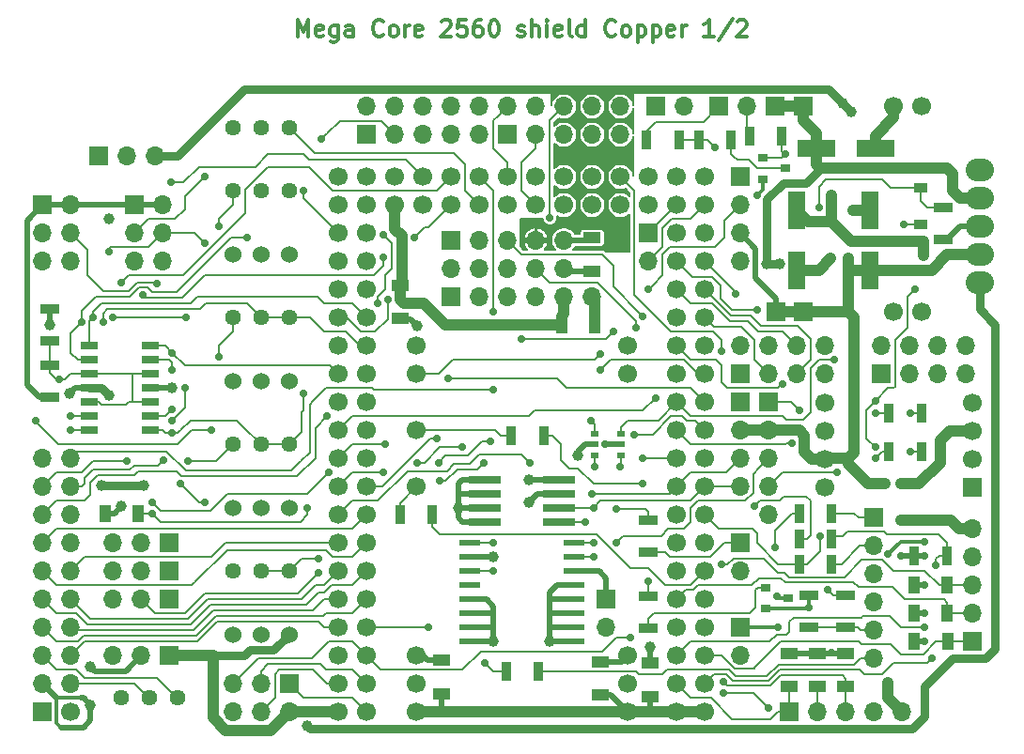
<source format=gbr>
G04 #@! TF.GenerationSoftware,KiCad,Pcbnew,(5.1.5)-3*
G04 #@! TF.CreationDate,2020-06-20T18:26:06+02:00*
G04 #@! TF.ProjectId,Mega_2560 core mini_full_2.2,4d656761-5f32-4353-9630-20636f726520,2.2*
G04 #@! TF.SameCoordinates,Original*
G04 #@! TF.FileFunction,Copper,L1,Top*
G04 #@! TF.FilePolarity,Positive*
%FSLAX46Y46*%
G04 Gerber Fmt 4.6, Leading zero omitted, Abs format (unit mm)*
G04 Created by KiCad (PCBNEW (5.1.5)-3) date 2020-06-20 18:26:06*
%MOMM*%
%LPD*%
G04 APERTURE LIST*
%ADD10C,0.300000*%
%ADD11R,1.600000X1.000000*%
%ADD12R,1.700000X1.700000*%
%ADD13O,1.700000X1.700000*%
%ADD14R,1.200000X0.900000*%
%ADD15C,1.700000*%
%ADD16R,1.000000X1.600000*%
%ADD17C,1.524000*%
%ADD18C,1.440000*%
%ADD19R,3.500000X1.600000*%
%ADD20R,1.600000X3.500000*%
%ADD21R,1.700000X0.900000*%
%ADD22R,0.900000X1.700000*%
%ADD23R,0.900000X0.800000*%
%ADD24R,0.800000X0.550000*%
%ADD25O,2.540000X2.032000*%
%ADD26R,1.597660X0.698500*%
%ADD27R,3.000000X0.650000*%
%ADD28R,1.980000X0.530000*%
%ADD29C,0.700000*%
%ADD30C,1.000000*%
%ADD31C,0.500000*%
%ADD32C,0.310000*%
%ADD33C,1.000000*%
%ADD34C,0.750000*%
%ADD35C,0.210000*%
G04 APERTURE END LIST*
D10*
X165683234Y-58113051D02*
X165683234Y-56613051D01*
X166183234Y-57684480D01*
X166683234Y-56613051D01*
X166683234Y-58113051D01*
X167968948Y-58041622D02*
X167826091Y-58113051D01*
X167540377Y-58113051D01*
X167397520Y-58041622D01*
X167326091Y-57898765D01*
X167326091Y-57327337D01*
X167397520Y-57184480D01*
X167540377Y-57113051D01*
X167826091Y-57113051D01*
X167968948Y-57184480D01*
X168040377Y-57327337D01*
X168040377Y-57470194D01*
X167326091Y-57613051D01*
X169326091Y-57113051D02*
X169326091Y-58327337D01*
X169254662Y-58470194D01*
X169183234Y-58541622D01*
X169040377Y-58613051D01*
X168826091Y-58613051D01*
X168683234Y-58541622D01*
X169326091Y-58041622D02*
X169183234Y-58113051D01*
X168897520Y-58113051D01*
X168754662Y-58041622D01*
X168683234Y-57970194D01*
X168611805Y-57827337D01*
X168611805Y-57398765D01*
X168683234Y-57255908D01*
X168754662Y-57184480D01*
X168897520Y-57113051D01*
X169183234Y-57113051D01*
X169326091Y-57184480D01*
X170683234Y-58113051D02*
X170683234Y-57327337D01*
X170611805Y-57184480D01*
X170468948Y-57113051D01*
X170183234Y-57113051D01*
X170040377Y-57184480D01*
X170683234Y-58041622D02*
X170540377Y-58113051D01*
X170183234Y-58113051D01*
X170040377Y-58041622D01*
X169968948Y-57898765D01*
X169968948Y-57755908D01*
X170040377Y-57613051D01*
X170183234Y-57541622D01*
X170540377Y-57541622D01*
X170683234Y-57470194D01*
X173397520Y-57970194D02*
X173326091Y-58041622D01*
X173111805Y-58113051D01*
X172968948Y-58113051D01*
X172754662Y-58041622D01*
X172611805Y-57898765D01*
X172540377Y-57755908D01*
X172468948Y-57470194D01*
X172468948Y-57255908D01*
X172540377Y-56970194D01*
X172611805Y-56827337D01*
X172754662Y-56684480D01*
X172968948Y-56613051D01*
X173111805Y-56613051D01*
X173326091Y-56684480D01*
X173397520Y-56755908D01*
X174254662Y-58113051D02*
X174111805Y-58041622D01*
X174040377Y-57970194D01*
X173968948Y-57827337D01*
X173968948Y-57398765D01*
X174040377Y-57255908D01*
X174111805Y-57184480D01*
X174254662Y-57113051D01*
X174468948Y-57113051D01*
X174611805Y-57184480D01*
X174683234Y-57255908D01*
X174754662Y-57398765D01*
X174754662Y-57827337D01*
X174683234Y-57970194D01*
X174611805Y-58041622D01*
X174468948Y-58113051D01*
X174254662Y-58113051D01*
X175397520Y-58113051D02*
X175397520Y-57113051D01*
X175397520Y-57398765D02*
X175468948Y-57255908D01*
X175540377Y-57184480D01*
X175683234Y-57113051D01*
X175826091Y-57113051D01*
X176897520Y-58041622D02*
X176754662Y-58113051D01*
X176468948Y-58113051D01*
X176326091Y-58041622D01*
X176254662Y-57898765D01*
X176254662Y-57327337D01*
X176326091Y-57184480D01*
X176468948Y-57113051D01*
X176754662Y-57113051D01*
X176897520Y-57184480D01*
X176968948Y-57327337D01*
X176968948Y-57470194D01*
X176254662Y-57613051D01*
X178683234Y-56755908D02*
X178754662Y-56684480D01*
X178897520Y-56613051D01*
X179254662Y-56613051D01*
X179397520Y-56684480D01*
X179468948Y-56755908D01*
X179540377Y-56898765D01*
X179540377Y-57041622D01*
X179468948Y-57255908D01*
X178611805Y-58113051D01*
X179540377Y-58113051D01*
X180897520Y-56613051D02*
X180183234Y-56613051D01*
X180111805Y-57327337D01*
X180183234Y-57255908D01*
X180326091Y-57184480D01*
X180683234Y-57184480D01*
X180826091Y-57255908D01*
X180897520Y-57327337D01*
X180968948Y-57470194D01*
X180968948Y-57827337D01*
X180897520Y-57970194D01*
X180826091Y-58041622D01*
X180683234Y-58113051D01*
X180326091Y-58113051D01*
X180183234Y-58041622D01*
X180111805Y-57970194D01*
X182254662Y-56613051D02*
X181968948Y-56613051D01*
X181826091Y-56684480D01*
X181754662Y-56755908D01*
X181611805Y-56970194D01*
X181540377Y-57255908D01*
X181540377Y-57827337D01*
X181611805Y-57970194D01*
X181683234Y-58041622D01*
X181826091Y-58113051D01*
X182111805Y-58113051D01*
X182254662Y-58041622D01*
X182326091Y-57970194D01*
X182397520Y-57827337D01*
X182397520Y-57470194D01*
X182326091Y-57327337D01*
X182254662Y-57255908D01*
X182111805Y-57184480D01*
X181826091Y-57184480D01*
X181683234Y-57255908D01*
X181611805Y-57327337D01*
X181540377Y-57470194D01*
X183326091Y-56613051D02*
X183468948Y-56613051D01*
X183611805Y-56684480D01*
X183683234Y-56755908D01*
X183754662Y-56898765D01*
X183826091Y-57184480D01*
X183826091Y-57541622D01*
X183754662Y-57827337D01*
X183683234Y-57970194D01*
X183611805Y-58041622D01*
X183468948Y-58113051D01*
X183326091Y-58113051D01*
X183183234Y-58041622D01*
X183111805Y-57970194D01*
X183040377Y-57827337D01*
X182968948Y-57541622D01*
X182968948Y-57184480D01*
X183040377Y-56898765D01*
X183111805Y-56755908D01*
X183183234Y-56684480D01*
X183326091Y-56613051D01*
X185540377Y-58041622D02*
X185683234Y-58113051D01*
X185968948Y-58113051D01*
X186111805Y-58041622D01*
X186183234Y-57898765D01*
X186183234Y-57827337D01*
X186111805Y-57684480D01*
X185968948Y-57613051D01*
X185754662Y-57613051D01*
X185611805Y-57541622D01*
X185540377Y-57398765D01*
X185540377Y-57327337D01*
X185611805Y-57184480D01*
X185754662Y-57113051D01*
X185968948Y-57113051D01*
X186111805Y-57184480D01*
X186826091Y-58113051D02*
X186826091Y-56613051D01*
X187468948Y-58113051D02*
X187468948Y-57327337D01*
X187397520Y-57184480D01*
X187254662Y-57113051D01*
X187040377Y-57113051D01*
X186897520Y-57184480D01*
X186826091Y-57255908D01*
X188183234Y-58113051D02*
X188183234Y-57113051D01*
X188183234Y-56613051D02*
X188111805Y-56684480D01*
X188183234Y-56755908D01*
X188254662Y-56684480D01*
X188183234Y-56613051D01*
X188183234Y-56755908D01*
X189468948Y-58041622D02*
X189326091Y-58113051D01*
X189040377Y-58113051D01*
X188897520Y-58041622D01*
X188826091Y-57898765D01*
X188826091Y-57327337D01*
X188897520Y-57184480D01*
X189040377Y-57113051D01*
X189326091Y-57113051D01*
X189468948Y-57184480D01*
X189540377Y-57327337D01*
X189540377Y-57470194D01*
X188826091Y-57613051D01*
X190397520Y-58113051D02*
X190254662Y-58041622D01*
X190183234Y-57898765D01*
X190183234Y-56613051D01*
X191611805Y-58113051D02*
X191611805Y-56613051D01*
X191611805Y-58041622D02*
X191468948Y-58113051D01*
X191183234Y-58113051D01*
X191040377Y-58041622D01*
X190968948Y-57970194D01*
X190897520Y-57827337D01*
X190897520Y-57398765D01*
X190968948Y-57255908D01*
X191040377Y-57184480D01*
X191183234Y-57113051D01*
X191468948Y-57113051D01*
X191611805Y-57184480D01*
X194326091Y-57970194D02*
X194254662Y-58041622D01*
X194040377Y-58113051D01*
X193897520Y-58113051D01*
X193683234Y-58041622D01*
X193540377Y-57898765D01*
X193468948Y-57755908D01*
X193397520Y-57470194D01*
X193397520Y-57255908D01*
X193468948Y-56970194D01*
X193540377Y-56827337D01*
X193683234Y-56684480D01*
X193897520Y-56613051D01*
X194040377Y-56613051D01*
X194254662Y-56684480D01*
X194326091Y-56755908D01*
X195183234Y-58113051D02*
X195040377Y-58041622D01*
X194968948Y-57970194D01*
X194897520Y-57827337D01*
X194897520Y-57398765D01*
X194968948Y-57255908D01*
X195040377Y-57184480D01*
X195183234Y-57113051D01*
X195397520Y-57113051D01*
X195540377Y-57184480D01*
X195611805Y-57255908D01*
X195683234Y-57398765D01*
X195683234Y-57827337D01*
X195611805Y-57970194D01*
X195540377Y-58041622D01*
X195397520Y-58113051D01*
X195183234Y-58113051D01*
X196326091Y-57113051D02*
X196326091Y-58613051D01*
X196326091Y-57184480D02*
X196468948Y-57113051D01*
X196754662Y-57113051D01*
X196897520Y-57184480D01*
X196968948Y-57255908D01*
X197040377Y-57398765D01*
X197040377Y-57827337D01*
X196968948Y-57970194D01*
X196897520Y-58041622D01*
X196754662Y-58113051D01*
X196468948Y-58113051D01*
X196326091Y-58041622D01*
X197683234Y-57113051D02*
X197683234Y-58613051D01*
X197683234Y-57184480D02*
X197826091Y-57113051D01*
X198111805Y-57113051D01*
X198254662Y-57184480D01*
X198326091Y-57255908D01*
X198397520Y-57398765D01*
X198397520Y-57827337D01*
X198326091Y-57970194D01*
X198254662Y-58041622D01*
X198111805Y-58113051D01*
X197826091Y-58113051D01*
X197683234Y-58041622D01*
X199611805Y-58041622D02*
X199468948Y-58113051D01*
X199183234Y-58113051D01*
X199040377Y-58041622D01*
X198968948Y-57898765D01*
X198968948Y-57327337D01*
X199040377Y-57184480D01*
X199183234Y-57113051D01*
X199468948Y-57113051D01*
X199611805Y-57184480D01*
X199683234Y-57327337D01*
X199683234Y-57470194D01*
X198968948Y-57613051D01*
X200326091Y-58113051D02*
X200326091Y-57113051D01*
X200326091Y-57398765D02*
X200397520Y-57255908D01*
X200468948Y-57184480D01*
X200611805Y-57113051D01*
X200754662Y-57113051D01*
X203183234Y-58113051D02*
X202326091Y-58113051D01*
X202754662Y-58113051D02*
X202754662Y-56613051D01*
X202611805Y-56827337D01*
X202468948Y-56970194D01*
X202326091Y-57041622D01*
X204897520Y-56541622D02*
X203611805Y-58470194D01*
X205326091Y-56755908D02*
X205397520Y-56684480D01*
X205540377Y-56613051D01*
X205897520Y-56613051D01*
X206040377Y-56684480D01*
X206111805Y-56755908D01*
X206183234Y-56898765D01*
X206183234Y-57041622D01*
X206111805Y-57255908D01*
X205254662Y-58113051D01*
X206183234Y-58113051D01*
D11*
X174975520Y-80548480D03*
X174975520Y-83548480D03*
D12*
X208122520Y-91089480D03*
D13*
X208122520Y-93629480D03*
X208122520Y-96169480D03*
X208122520Y-98709480D03*
X208122520Y-101249480D03*
D14*
X221838520Y-71786480D03*
X221838520Y-75086480D03*
D12*
X205582520Y-70769480D03*
D13*
X205582520Y-73309480D03*
X205582520Y-75849480D03*
X205582520Y-78389480D03*
D15*
X195422520Y-86009480D03*
X195422520Y-88549480D03*
X176372520Y-86009480D03*
X176372520Y-88549480D03*
X176372520Y-93629480D03*
X176372520Y-98709480D03*
X176372520Y-113949480D03*
X176372520Y-116489480D03*
X176372520Y-119029480D03*
X195422520Y-119029480D03*
X195422520Y-116489480D03*
X195422520Y-113949480D03*
D16*
X224227520Y-110139480D03*
X221227520Y-110139480D03*
X224227520Y-107599480D03*
X221227520Y-107599480D03*
D11*
X215107520Y-116719480D03*
X215107520Y-113719480D03*
X212567520Y-116719480D03*
X212567520Y-113719480D03*
X210027520Y-116719480D03*
X210027520Y-113719480D03*
D12*
X205582520Y-111409480D03*
D13*
X205582520Y-113949480D03*
D12*
X205582520Y-103789480D03*
D13*
X205582520Y-106329480D03*
D12*
X205582520Y-91089480D03*
D13*
X205582520Y-93629480D03*
X205582520Y-96169480D03*
X205582520Y-98709480D03*
D12*
X203677520Y-64419480D03*
D13*
X206217520Y-64419480D03*
D12*
X197962520Y-64419480D03*
D13*
X200502520Y-64419480D03*
D11*
X197454520Y-114608480D03*
X197454520Y-117608480D03*
X193009520Y-117481480D03*
X193009520Y-114481480D03*
X178658520Y-117354480D03*
X178658520Y-114354480D03*
D12*
X193517520Y-108869480D03*
D13*
X193517520Y-111409480D03*
D12*
X147797520Y-68864480D03*
D13*
X150337520Y-68864480D03*
X152877520Y-68864480D03*
D12*
X142717520Y-119029480D03*
D13*
X145257520Y-116489480D03*
X142717520Y-116489480D03*
X145257520Y-113949480D03*
X142717520Y-113949480D03*
X145257520Y-111409480D03*
X142717520Y-111409480D03*
X145257520Y-108869480D03*
X142717520Y-108869480D03*
X145257520Y-106329480D03*
X142717520Y-106329480D03*
X145257520Y-103789480D03*
X142717520Y-103789480D03*
X145257520Y-101249480D03*
X142717520Y-101249480D03*
X145257520Y-98709480D03*
X142717520Y-98709480D03*
X145257520Y-96169480D03*
X142717520Y-96169480D03*
D15*
X145257520Y-119029480D03*
D16*
X151329520Y-101122480D03*
X148329520Y-101122480D03*
D12*
X154147520Y-103789480D03*
D13*
X151607520Y-103789480D03*
X149067520Y-103789480D03*
D12*
X154147520Y-106329480D03*
D13*
X151607520Y-106329480D03*
X149067520Y-106329480D03*
D12*
X154147520Y-108869480D03*
D13*
X151607520Y-108869480D03*
X149067520Y-108869480D03*
D12*
X154147520Y-113949480D03*
D13*
X151607520Y-113949480D03*
X149067520Y-113949480D03*
D12*
X164942520Y-116489480D03*
D13*
X164942520Y-119029480D03*
X162402520Y-116489480D03*
X162402520Y-119029480D03*
X159862520Y-116489480D03*
X159862520Y-119029480D03*
D17*
X162402520Y-112044480D03*
X164942520Y-112044480D03*
X159862520Y-112044480D03*
D18*
X159862520Y-106329480D03*
X162402520Y-106329480D03*
X164942520Y-106329480D03*
D17*
X162402520Y-100614480D03*
X164942520Y-100614480D03*
X159862520Y-100614480D03*
D18*
X159862520Y-94899480D03*
X162402520Y-94899480D03*
X164942520Y-94899480D03*
D17*
X162402520Y-89184480D03*
X164942520Y-89184480D03*
X159862520Y-89184480D03*
D18*
X159862520Y-83469480D03*
X162402520Y-83469480D03*
X164942520Y-83469480D03*
X159862520Y-72039480D03*
X162402520Y-72039480D03*
X164942520Y-72039480D03*
D17*
X162402520Y-77754480D03*
X164942520Y-77754480D03*
X159862520Y-77754480D03*
D16*
X192477520Y-84104480D03*
X189477520Y-84104480D03*
D12*
X205582520Y-88549480D03*
D13*
X205582520Y-86009480D03*
X208122520Y-88549480D03*
X208122520Y-86009480D03*
X210662520Y-88549480D03*
X210662520Y-86009480D03*
X213202520Y-88549480D03*
X213202520Y-86009480D03*
D12*
X171927520Y-66959480D03*
D13*
X171927520Y-64419480D03*
X174467520Y-66959480D03*
X174467520Y-64419480D03*
X177007520Y-66959480D03*
X177007520Y-64419480D03*
X179547520Y-66959480D03*
X179547520Y-64419480D03*
X182087520Y-66959480D03*
X182087520Y-64419480D03*
D12*
X184627520Y-66959480D03*
D13*
X184627520Y-64419480D03*
X187167520Y-66959480D03*
X187167520Y-64419480D03*
X189707520Y-66959480D03*
X189707520Y-64419480D03*
X192247520Y-66959480D03*
X192247520Y-64419480D03*
X194787520Y-66959480D03*
X194787520Y-64419480D03*
D12*
X218282520Y-88549480D03*
D13*
X218282520Y-86009480D03*
X220822520Y-88549480D03*
X220822520Y-86009480D03*
X223362520Y-88549480D03*
X223362520Y-86009480D03*
X225902520Y-88549480D03*
X225902520Y-86009480D03*
D19*
X212407520Y-68229480D03*
X217807520Y-68229480D03*
D11*
X192247520Y-79254480D03*
X192247520Y-76254480D03*
D20*
X217266520Y-79184480D03*
X217266520Y-73784480D03*
X210662520Y-73784480D03*
X210662520Y-79184480D03*
D16*
X224267020Y-112679480D03*
X221267020Y-112679480D03*
D21*
X211805520Y-111388480D03*
X211805520Y-108488480D03*
X215107520Y-111409480D03*
X215107520Y-108509480D03*
D12*
X217647520Y-101503480D03*
D13*
X217647520Y-104043480D03*
X217647520Y-106583480D03*
X217647520Y-109123480D03*
X217647520Y-111663480D03*
X217647520Y-114203480D03*
X192247520Y-81564480D03*
X189707520Y-81564480D03*
X187167520Y-81564480D03*
X184627520Y-81564480D03*
X182087520Y-81564480D03*
D12*
X179547520Y-81564480D03*
D22*
X210937520Y-105694480D03*
X213837520Y-105694480D03*
X184521520Y-115346480D03*
X187421520Y-115346480D03*
D15*
X187167520Y-73309480D03*
X189707520Y-73309480D03*
X192247520Y-73309480D03*
X194787520Y-73309480D03*
X197327520Y-73309480D03*
X184627520Y-73309480D03*
X182087520Y-73309480D03*
X179547520Y-73309480D03*
X177007520Y-73309480D03*
X174467520Y-73309480D03*
X197327520Y-70769480D03*
X194787520Y-70769480D03*
X192247520Y-70769480D03*
X189707520Y-70769480D03*
X187167520Y-70769480D03*
X184627520Y-70769480D03*
X182087520Y-70769480D03*
X179547520Y-70769480D03*
X177007520Y-70769480D03*
X174467520Y-70769480D03*
X199867520Y-70769480D03*
X199867520Y-73309480D03*
X199867520Y-75849480D03*
X199867520Y-78389480D03*
X199867520Y-80929480D03*
X199867520Y-83469480D03*
X199867520Y-86009480D03*
X199867520Y-88549480D03*
X199867520Y-91089480D03*
X199867520Y-93629480D03*
X199867520Y-96169480D03*
X199867520Y-98709480D03*
X199867520Y-101249480D03*
X199867520Y-103789480D03*
X199867520Y-106329480D03*
X199867520Y-108869480D03*
X199867520Y-111409480D03*
X199867520Y-113949480D03*
X199867520Y-116489480D03*
X199867520Y-119029480D03*
X202407520Y-70769480D03*
X202407520Y-73309480D03*
X202407520Y-75849480D03*
X202407520Y-78389480D03*
X202407520Y-80929480D03*
X202407520Y-83469480D03*
X202407520Y-86009480D03*
X202407520Y-88549480D03*
X202407520Y-91089480D03*
X202407520Y-93629480D03*
X202407520Y-96169480D03*
X202407520Y-98709480D03*
X202407520Y-101249480D03*
X202407520Y-103789480D03*
X202407520Y-106329480D03*
X202407520Y-108869480D03*
X202407520Y-111409480D03*
X202407520Y-113949480D03*
X202407520Y-116489480D03*
X202407520Y-119029480D03*
X171927520Y-70769480D03*
X171927520Y-73309480D03*
X171927520Y-75849480D03*
X171927520Y-78389480D03*
X171927520Y-80929480D03*
X171927520Y-83469480D03*
X171927520Y-86009480D03*
X171927520Y-88549480D03*
X171927520Y-91089480D03*
X171927520Y-93629480D03*
X171927520Y-96169480D03*
X171927520Y-98709480D03*
X171927520Y-101249480D03*
X171927520Y-103789480D03*
X171927520Y-106329480D03*
X171927520Y-108869480D03*
X171927520Y-111409480D03*
X171927520Y-113949480D03*
X171927520Y-116489480D03*
X171927520Y-119029480D03*
X169387520Y-119029480D03*
X169387520Y-116489480D03*
X169387520Y-113949480D03*
X169387520Y-111409480D03*
X169387520Y-108869480D03*
X169387520Y-106329480D03*
X169387520Y-103789480D03*
X169387520Y-101249480D03*
X169387520Y-98709480D03*
X169387520Y-96169480D03*
X169387520Y-93629480D03*
X169387520Y-91089480D03*
X169387520Y-88549480D03*
X169387520Y-86009480D03*
X169387520Y-83469480D03*
X169387520Y-80929480D03*
X169387520Y-78389480D03*
X169387520Y-75849480D03*
X169387520Y-73309480D03*
X169387520Y-70769480D03*
D12*
X208757520Y-64419480D03*
X208767520Y-82961480D03*
X211297520Y-64419480D03*
X211297520Y-82961480D03*
D15*
X219425520Y-64419480D03*
X219425520Y-82961480D03*
X221965520Y-64419480D03*
X221965520Y-82961480D03*
D23*
X209884520Y-108742480D03*
X207884520Y-109692480D03*
X207884520Y-107792480D03*
X207630520Y-69057480D03*
X207630520Y-70957480D03*
X209630520Y-70007480D03*
D22*
X204746520Y-67467480D03*
X201846520Y-67467480D03*
X174922520Y-101249480D03*
X177822520Y-101249480D03*
X187855520Y-94137480D03*
X184955520Y-94137480D03*
X210916520Y-101122480D03*
X213816520Y-101122480D03*
X221891520Y-95534480D03*
X218991520Y-95534480D03*
D21*
X197327520Y-101704480D03*
X197327520Y-104604480D03*
X197327520Y-108562480D03*
X197327520Y-111462480D03*
D22*
X218991520Y-92105480D03*
X221891520Y-92105480D03*
D21*
X223870520Y-73510480D03*
X223870520Y-76410480D03*
D22*
X209318520Y-67086480D03*
X206418520Y-67086480D03*
D21*
X143352520Y-87734480D03*
X143352520Y-90634480D03*
X143352520Y-82654480D03*
X143352520Y-85554480D03*
D22*
X224177520Y-104932480D03*
X221277520Y-104932480D03*
X197147520Y-67467480D03*
X200047520Y-67467480D03*
D24*
X192444520Y-93949480D03*
X192444520Y-94899480D03*
X192444520Y-95849480D03*
X194844520Y-95849480D03*
X194844520Y-94899480D03*
X194844520Y-93949480D03*
D25*
X227172520Y-70134480D03*
X227172520Y-72674480D03*
X227172520Y-75214480D03*
X227172520Y-77754480D03*
X227172520Y-80294480D03*
D26*
X146954240Y-86012020D03*
X146954240Y-87282020D03*
X146954240Y-88552020D03*
X146954240Y-89819480D03*
X146954240Y-91086940D03*
X146954240Y-92356940D03*
X146954240Y-93626940D03*
X152450800Y-93626940D03*
X152450800Y-92356940D03*
X152450800Y-91086940D03*
X152450800Y-89819480D03*
X152450800Y-88552020D03*
X152450800Y-87282020D03*
X152450800Y-86012020D03*
D27*
X189247520Y-98074480D03*
X189247520Y-99344480D03*
X189247520Y-100614480D03*
X189247520Y-101884480D03*
X182547520Y-101884480D03*
X182547520Y-100614480D03*
X182547520Y-99344480D03*
X182547520Y-98074480D03*
D28*
X181212520Y-103789480D03*
X181212520Y-105059480D03*
X181212520Y-106329480D03*
X181212520Y-107599480D03*
X181212520Y-108869480D03*
X181212520Y-110139480D03*
X181212520Y-111409480D03*
X181212520Y-112679480D03*
X190582520Y-112679480D03*
X190582520Y-111409480D03*
X190582520Y-110139480D03*
X190582520Y-108869480D03*
X190582520Y-107599480D03*
X190582520Y-106329480D03*
X190582520Y-105059480D03*
X190582520Y-103789480D03*
D12*
X179547520Y-76484480D03*
D13*
X179547520Y-79024480D03*
X182087520Y-76484480D03*
X182087520Y-79024480D03*
X184627520Y-76484480D03*
X184627520Y-79024480D03*
X187167520Y-76484480D03*
X187167520Y-79024480D03*
X189707520Y-76484480D03*
X189707520Y-79024480D03*
D15*
X226537520Y-91152980D03*
X226537520Y-93692980D03*
X226537520Y-96232980D03*
D12*
X226537520Y-98772980D03*
D15*
X213202520Y-91102180D03*
X213202520Y-93642180D03*
X213202520Y-96182180D03*
X213202520Y-98722180D03*
X213202520Y-98722180D03*
X213202520Y-96182180D03*
X213202520Y-93642180D03*
X213202520Y-91102180D03*
D22*
X210916520Y-103408480D03*
X213816520Y-103408480D03*
D12*
X142717520Y-73309480D03*
D13*
X145257520Y-73309480D03*
X142717520Y-75849480D03*
X145257520Y-75849480D03*
X142717520Y-78389480D03*
X145257520Y-78389480D03*
D12*
X150972520Y-73309480D03*
D13*
X153512520Y-73309480D03*
X150972520Y-75849480D03*
X153512520Y-75849480D03*
X150972520Y-78389480D03*
X153512520Y-78389480D03*
D18*
X159862520Y-66324480D03*
X162402520Y-66324480D03*
X164942520Y-66324480D03*
X154909520Y-117759480D03*
X152369520Y-117759480D03*
X149829520Y-117759480D03*
D13*
X220187520Y-119029480D03*
X217647520Y-119029480D03*
X215107520Y-119029480D03*
X212567520Y-119029480D03*
D12*
X210027520Y-119029480D03*
X226537520Y-112679480D03*
D13*
X226537520Y-110139480D03*
X226537520Y-107599480D03*
X226537520Y-105059480D03*
X226537520Y-102519480D03*
D12*
X197327520Y-75849480D03*
D13*
X197327520Y-78389480D03*
D29*
X207106520Y-72420480D03*
D30*
X213710520Y-78135480D03*
X154401520Y-89819480D03*
X176499520Y-84231480D03*
X215742520Y-73817480D03*
X190977520Y-95915480D03*
X188437520Y-112679480D03*
X183357520Y-112679480D03*
X186532520Y-100106480D03*
X197454520Y-113187480D03*
X149829520Y-100487480D03*
X148686520Y-74579480D03*
X143352520Y-84104480D03*
D29*
X213837520Y-113695480D03*
D30*
X180182520Y-100614492D03*
D29*
X211805524Y-109631480D03*
X222219520Y-107599480D03*
X222219520Y-112679480D03*
X222219520Y-110139478D03*
D30*
X148686520Y-90454480D03*
X148051520Y-98582480D03*
X151861520Y-98582480D03*
X215361520Y-79278480D03*
X215361520Y-78135480D03*
X224251520Y-77754480D03*
X189707520Y-119029480D03*
X191104520Y-119029480D03*
X183357520Y-105059480D03*
X186532520Y-98074480D03*
X145130520Y-90327480D03*
D29*
X215869520Y-91851480D03*
X215869520Y-95661480D03*
D30*
X215869520Y-88549480D03*
D29*
X220060520Y-104932476D03*
D30*
X220060520Y-101757480D03*
D29*
X222219512Y-104932480D03*
X193404558Y-94899480D03*
D30*
X218917520Y-116362480D03*
X220060510Y-98455480D03*
X218663520Y-98455480D03*
D29*
X153639520Y-96296480D03*
X154401520Y-92740480D03*
X155544520Y-89819480D03*
D30*
X209138520Y-78643494D03*
X207995520Y-78643470D03*
D29*
X194406520Y-100741480D03*
X194787520Y-96931480D03*
X144241520Y-89057480D03*
X146273520Y-83850480D03*
X161132520Y-76230480D03*
X149067520Y-83469480D03*
X155671520Y-83469480D03*
X145257520Y-92359480D03*
X154401520Y-91724480D03*
X154401520Y-88144480D03*
X158592520Y-75214480D03*
X158592520Y-87025480D03*
X155798520Y-96423480D03*
X183357520Y-106329480D03*
X183357520Y-103789480D03*
X157957520Y-93629480D03*
X142082520Y-92740480D03*
X153004520Y-80421480D03*
X155163520Y-98455480D03*
X157322520Y-100106480D03*
X157322520Y-70769480D03*
X157322520Y-76738480D03*
X148686520Y-77500480D03*
X150337520Y-96423480D03*
X151734520Y-81437480D03*
X173451520Y-78008480D03*
X176245520Y-76230480D03*
X168371520Y-92359480D03*
X173451520Y-75976480D03*
X172943520Y-82199480D03*
X183357520Y-82961480D03*
X183357520Y-89946480D03*
X149829520Y-80294480D03*
X154274520Y-71277480D03*
X179293520Y-88930480D03*
X180563520Y-95153480D03*
X176499520Y-96550480D03*
X182468520Y-96550480D03*
X178531520Y-98201480D03*
X178404520Y-96550480D03*
X183103520Y-94645480D03*
X167609520Y-106456480D03*
X168498520Y-97439480D03*
X152623520Y-100106480D03*
X166593520Y-100614480D03*
X152623520Y-101122480D03*
X208141518Y-118648480D03*
X204058528Y-117286836D03*
X204028510Y-116304501D03*
X203931520Y-105694480D03*
X147289520Y-83469480D03*
X145260060Y-93626940D03*
X148178520Y-83850480D03*
X154401520Y-93883480D03*
X166212520Y-90327480D03*
X167609520Y-105186480D03*
X154401520Y-86644480D03*
X207108232Y-82728490D03*
X188437520Y-74452480D03*
X186659520Y-96550480D03*
X173832520Y-81818480D03*
X166222553Y-72039480D03*
X167863520Y-67340480D03*
X192120520Y-92740480D03*
X194152520Y-84739480D03*
X196819520Y-96169480D03*
X185897520Y-85374480D03*
X192247520Y-99344480D03*
X191612520Y-101884480D03*
X192374520Y-105059480D03*
X196184504Y-84358480D03*
X196819520Y-98455480D03*
X222219520Y-111409480D03*
X220949518Y-95534480D03*
X205201510Y-81310480D03*
X193009520Y-88168480D03*
X192501516Y-96931480D03*
X197327520Y-107218480D03*
X196057520Y-94010480D03*
X192374520Y-103789480D03*
X192374520Y-100614480D03*
X196819520Y-83342480D03*
X178277520Y-94391480D03*
X173451520Y-97439480D03*
X173578520Y-94899480D03*
X197962520Y-90708480D03*
D30*
X147035520Y-114965480D03*
X147035520Y-118394480D03*
X166593520Y-120299480D03*
X215615520Y-64927480D03*
X214853520Y-64165480D03*
X213837520Y-74833480D03*
X222092520Y-76611480D03*
X222092520Y-77881480D03*
X213837520Y-72420480D03*
D29*
X193009520Y-86771480D03*
X197327520Y-80929480D03*
X208757520Y-104170480D03*
X212806476Y-103154480D03*
X223235512Y-105821480D03*
X221330520Y-80929480D03*
X217774520Y-90962480D03*
X217774520Y-95153480D03*
X210281520Y-94772480D03*
X217774520Y-92105480D03*
X209392520Y-89438480D03*
X203931520Y-86517480D03*
X206852520Y-100487480D03*
X194406520Y-103789480D03*
X195676520Y-112298480D03*
X214345520Y-97439480D03*
X210916520Y-91851470D03*
X217774520Y-96169480D03*
X208854235Y-108556810D03*
X209011522Y-111409480D03*
X203296520Y-68102480D03*
X220314520Y-75087480D03*
X209646520Y-68737480D03*
X212694520Y-73563480D03*
X214091520Y-87279480D03*
X222854520Y-114203480D03*
X220949520Y-92105480D03*
X213456520Y-107980484D03*
X177515520Y-111409480D03*
X182595520Y-114584480D03*
X222219520Y-103692480D03*
X218917520Y-104805480D03*
D31*
X223870520Y-76410480D02*
X224198520Y-76410480D01*
X224198520Y-76410480D02*
X225394520Y-75214480D01*
X225394520Y-75214480D02*
X227172520Y-75214480D01*
D32*
X207630520Y-70957480D02*
X207630520Y-71896480D01*
X207630520Y-71896480D02*
X207106520Y-72420480D01*
D31*
X152450800Y-89819480D02*
X154147520Y-89819480D01*
X154147520Y-89819480D02*
X154401520Y-89819480D01*
X171927520Y-70769480D02*
X171927520Y-70515480D01*
X174975520Y-83572480D02*
X175840520Y-83572480D01*
X176499520Y-84231480D02*
X175840520Y-83572480D01*
D33*
X217266520Y-73784480D02*
X215836520Y-73784480D01*
X215836520Y-73784480D02*
X215742520Y-73817480D01*
D31*
X192444520Y-94899480D02*
X191612520Y-94899480D01*
X190977520Y-95534480D02*
X190977520Y-95915480D01*
X191612520Y-94899480D02*
X190977520Y-95534480D01*
X192247520Y-76254480D02*
X192017520Y-76484480D01*
X192017520Y-76484480D02*
X189707520Y-76484480D01*
X193009520Y-114481480D02*
X194890520Y-114481480D01*
X194890520Y-114481480D02*
X195422520Y-113949480D01*
X176372520Y-113949480D02*
X177007520Y-113949480D01*
X177007520Y-113949480D02*
X177412520Y-114354480D01*
X178658520Y-114354480D02*
X177412520Y-114354480D01*
X215107520Y-113719480D02*
X215131520Y-113695480D01*
X190582520Y-108869480D02*
X188437520Y-108869480D01*
X190582520Y-110139480D02*
X188437520Y-110139480D01*
X190582520Y-111409480D02*
X188437520Y-111409480D01*
X190582520Y-107599480D02*
X189072520Y-107599480D01*
X188437520Y-112679480D02*
X190582520Y-112679480D01*
X188437520Y-108234480D02*
X188437520Y-108869480D01*
X188437520Y-108869480D02*
X188437520Y-110139480D01*
X188437520Y-110139480D02*
X188437520Y-111409480D01*
X188437520Y-111409480D02*
X188437520Y-112679480D01*
X189072520Y-107599480D02*
X188437520Y-108234480D01*
X181212520Y-111409480D02*
X183357520Y-111409480D01*
X181212520Y-110139480D02*
X183357520Y-110139480D01*
X181212520Y-108869480D02*
X182722520Y-108869480D01*
X183357520Y-112679480D02*
X181212520Y-112679480D01*
X183357520Y-109504480D02*
X183357520Y-110139480D01*
X183357520Y-110139480D02*
X183357520Y-111409480D01*
X183357520Y-111409480D02*
X183357520Y-112679480D01*
X182722520Y-108869480D02*
X183357520Y-109504480D01*
X187294520Y-99344480D02*
X189247520Y-99344480D01*
X186532520Y-100106480D02*
X187294520Y-99344480D01*
X182547520Y-100614480D02*
X180182520Y-100614480D01*
X180182520Y-100614480D02*
X180309520Y-100614480D01*
X180309520Y-100614480D02*
X180182520Y-100614480D01*
X182547520Y-99344480D02*
X180182520Y-99344480D01*
X180182520Y-99344480D02*
X180182520Y-99471480D01*
X182547520Y-98074480D02*
X180563520Y-98074480D01*
X180182520Y-98455480D02*
X180182520Y-99471480D01*
X180182520Y-99471480D02*
X180182520Y-100614480D01*
X180563520Y-98074480D02*
X180182520Y-98455480D01*
X197454520Y-114608480D02*
X197454520Y-113187480D01*
X148329520Y-101122480D02*
X149194520Y-101122480D01*
X149194520Y-101122480D02*
X149829520Y-100487480D01*
X143352520Y-82654480D02*
X143352520Y-84104480D01*
X210027520Y-113719480D02*
X212567520Y-113719480D01*
X215107520Y-113719480D02*
X215210520Y-113822480D01*
X213861520Y-113719480D02*
X213837520Y-113695480D01*
X213861520Y-113719480D02*
X215107520Y-113719480D01*
X212567520Y-113719480D02*
X213861520Y-113719480D01*
D33*
X212661520Y-79184480D02*
X213710520Y-78135480D01*
X210662520Y-79184480D02*
X212661520Y-79184480D01*
D31*
X180182520Y-100614480D02*
X180182520Y-100614492D01*
X180182520Y-101503480D02*
X180182520Y-100614492D01*
X182222520Y-101884480D02*
X180563520Y-101884480D01*
X180563520Y-101884480D02*
X180182520Y-101503480D01*
D33*
X192477520Y-81794480D02*
X192247520Y-81564480D01*
X192477520Y-84104480D02*
X192477520Y-81794480D01*
D32*
X211805520Y-108488480D02*
X211805520Y-109631476D01*
X211805520Y-109631476D02*
X211805524Y-109631480D01*
D31*
X221724546Y-110139478D02*
X222219520Y-110139478D01*
X221227520Y-107599480D02*
X222219520Y-107599480D01*
X221227522Y-110139478D02*
X221724546Y-110139478D01*
X221227520Y-110139480D02*
X221227522Y-110139478D01*
X221267020Y-112679480D02*
X222219520Y-112679480D01*
D33*
X217807520Y-67053480D02*
X217807520Y-68229480D01*
X219425520Y-64419480D02*
X219425520Y-65435480D01*
X219425520Y-65435480D02*
X217807520Y-67053480D01*
D32*
X207630520Y-109692480D02*
X207595521Y-109727479D01*
X211744524Y-109692480D02*
X211805524Y-109631480D01*
X207884520Y-109692480D02*
X211744524Y-109692480D01*
D33*
X208122520Y-93629480D02*
X205582520Y-93629480D01*
D31*
X208767520Y-81818480D02*
X208767520Y-81701480D01*
X206979520Y-79913480D02*
X206979520Y-77246480D01*
X208767520Y-81701480D02*
X206979520Y-79913480D01*
D33*
X163545520Y-120426480D02*
X163291520Y-120680480D01*
X159227520Y-120680480D02*
X158084520Y-119537480D01*
X163291520Y-120680480D02*
X159227520Y-120680480D01*
D34*
X148051520Y-89819480D02*
X148686520Y-90454480D01*
X146954240Y-89819480D02*
X148051520Y-89819480D01*
X148051520Y-98582480D02*
X151861520Y-98582480D01*
D31*
X221277520Y-104932480D02*
X221076520Y-104932480D01*
D33*
X215361520Y-96169480D02*
X215234520Y-96169480D01*
X215361520Y-82961480D02*
X215361520Y-80548480D01*
X214980520Y-82961480D02*
X215361520Y-82961480D01*
X215361520Y-80548480D02*
X215361520Y-79278480D01*
X215361520Y-79278480D02*
X215361520Y-78135480D01*
X215455520Y-79184480D02*
X215361520Y-79278480D01*
X220695520Y-79184480D02*
X222821520Y-79184480D01*
X222821520Y-79184480D02*
X224251520Y-77754480D01*
X217266520Y-79184480D02*
X220695520Y-79184480D01*
X224251520Y-77754480D02*
X227172520Y-77754480D01*
X158084520Y-114838480D02*
X158084520Y-113949480D01*
X158084520Y-119537480D02*
X158084520Y-115219480D01*
X164942520Y-119029480D02*
X163545520Y-120426480D01*
X158084520Y-115219480D02*
X158084520Y-114838480D01*
X156179520Y-113949480D02*
X157195520Y-113949480D01*
X157195520Y-113949480D02*
X158084520Y-113949480D01*
X156179520Y-113949480D02*
X154147520Y-113949480D01*
D34*
X158084520Y-113949480D02*
X160878520Y-113949480D01*
X163545520Y-113441480D02*
X161386520Y-113441480D01*
X163545520Y-113441480D02*
X164942520Y-112044480D01*
X160878520Y-113949480D02*
X161386520Y-113441480D01*
D33*
X213202520Y-96182180D02*
X213278720Y-96118680D01*
X213202520Y-96182180D02*
X213659720Y-96118680D01*
X215234520Y-96169480D02*
X213215220Y-96169480D01*
X213215220Y-96169480D02*
X213202520Y-96182180D01*
X177071020Y-82135980D02*
X175293020Y-82135980D01*
X175293020Y-82135980D02*
X174975520Y-81818480D01*
X177071020Y-82135980D02*
X179039520Y-84104480D01*
D31*
X193009520Y-117481480D02*
X193874520Y-117481480D01*
X193874520Y-117481480D02*
X195422520Y-119029480D01*
X178658520Y-117354480D02*
X178658520Y-119029480D01*
D33*
X189707520Y-119029480D02*
X182087520Y-119029480D01*
X182087520Y-119029480D02*
X178658520Y-119029480D01*
X178658520Y-119029480D02*
X176372520Y-119029480D01*
X179039520Y-84104480D02*
X182468520Y-84104480D01*
X175102520Y-76103480D02*
X175102520Y-80445480D01*
X175102520Y-80445480D02*
X174975520Y-80572480D01*
X175102520Y-76103480D02*
X174467520Y-75468480D01*
X174467520Y-75468480D02*
X174467520Y-73309480D01*
X217266520Y-79184480D02*
X215455520Y-79184480D01*
D31*
X208767520Y-82961480D02*
X208767520Y-81818480D01*
X206979520Y-77246480D02*
X205582520Y-75849480D01*
X192247520Y-79254480D02*
X189937520Y-79254480D01*
X189937520Y-79254480D02*
X189707520Y-79024480D01*
D33*
X174975520Y-81818480D02*
X174975520Y-80572480D01*
D31*
X183357520Y-105059480D02*
X181212520Y-105059480D01*
X189247520Y-98074480D02*
X186532520Y-98074480D01*
X197454520Y-117608480D02*
X197454520Y-119029480D01*
X176348520Y-119005480D02*
X176372520Y-119029480D01*
D33*
X169387520Y-119029480D02*
X164942520Y-119029480D01*
X211297520Y-82961480D02*
X214980520Y-82961480D01*
X208767520Y-82961480D02*
X211297520Y-82961480D01*
D31*
X145638520Y-89819480D02*
X146954240Y-89819480D01*
X145130520Y-90327480D02*
X145638520Y-89819480D01*
D33*
X190342520Y-119029480D02*
X189707520Y-119029480D01*
X195422520Y-119029480D02*
X191104520Y-119029480D01*
X191104520Y-119029480D02*
X190342520Y-119029480D01*
X195422520Y-119029480D02*
X197454520Y-119029480D01*
X199867520Y-119029480D02*
X202407520Y-119029480D01*
X197454520Y-119029480D02*
X199867520Y-119029480D01*
X215869520Y-91851480D02*
X215869520Y-95661480D01*
X215869520Y-95661480D02*
X215361520Y-96169480D01*
X215869520Y-90390980D02*
X215869520Y-91851480D01*
X215869520Y-88549480D02*
X215869520Y-90390980D01*
D31*
X221277520Y-104932480D02*
X220060524Y-104932480D01*
X220060524Y-104932480D02*
X220060520Y-104932476D01*
D33*
X215869520Y-83469480D02*
X215361520Y-82961480D01*
X215869520Y-88549480D02*
X215869520Y-83469480D01*
X209447739Y-93629480D02*
X208122520Y-93629480D01*
X213202520Y-96182180D02*
X212000439Y-96182180D01*
X212000439Y-96182180D02*
X211388630Y-95570370D01*
X211388630Y-95570370D02*
X211388630Y-94101590D01*
X210916520Y-93629480D02*
X209447739Y-93629480D01*
X211388630Y-94101590D02*
X210916520Y-93629480D01*
X189477520Y-84104480D02*
X189477520Y-83318480D01*
X189707520Y-83088480D02*
X189707520Y-81564480D01*
X189477520Y-83318480D02*
X189707520Y-83088480D01*
X182468520Y-84104480D02*
X189477520Y-84104480D01*
D31*
X221277520Y-104932480D02*
X222219512Y-104932480D01*
X194844520Y-94899480D02*
X193404558Y-94899480D01*
D33*
X218917520Y-117759480D02*
X220187520Y-119029480D01*
X218917520Y-116362480D02*
X218917520Y-117759480D01*
X225335439Y-102519480D02*
X224573439Y-101757480D01*
X224573439Y-101757480D02*
X223870520Y-101757480D01*
X226537520Y-102519480D02*
X225335439Y-102519480D01*
X220060520Y-101757480D02*
X223870520Y-101757480D01*
X224442020Y-93692980D02*
X223616520Y-94518480D01*
X226537520Y-93692980D02*
X224442020Y-93692980D01*
X223616520Y-96550480D02*
X221711526Y-98455474D01*
X223616520Y-94518480D02*
X223616520Y-96550480D01*
X221711526Y-98455474D02*
X220060516Y-98455474D01*
X220060516Y-98455476D02*
X220060520Y-98455480D01*
X220060516Y-98455474D02*
X220060516Y-98455476D01*
X220060520Y-98455480D02*
X220060510Y-98455480D01*
X217139520Y-98455480D02*
X215361520Y-96677480D01*
X215361520Y-96677480D02*
X215361520Y-96169480D01*
X218663520Y-98455480D02*
X217139520Y-98455480D01*
D35*
X146527520Y-115981480D02*
X145765520Y-115219480D01*
X153004520Y-115981480D02*
X154782520Y-117759480D01*
X146527520Y-115981480D02*
X153004520Y-115981480D01*
X145765520Y-115219480D02*
X145511520Y-115219480D01*
X143987520Y-115219480D02*
X142717520Y-113949480D01*
X145511520Y-115219480D02*
X143987520Y-115219480D01*
X153131520Y-96804480D02*
X152115520Y-96804480D01*
X153639520Y-96296480D02*
X153131520Y-96804480D01*
X152115520Y-96804480D02*
X150972520Y-96804480D01*
X146527520Y-98455480D02*
X146527520Y-97947480D01*
X150591520Y-97185480D02*
X147416520Y-97185480D01*
X147416520Y-97185480D02*
X147289520Y-97185480D01*
X147289520Y-97185480D02*
X146781520Y-97693480D01*
X146781520Y-97693480D02*
X146527520Y-97947480D01*
X150972520Y-96804480D02*
X150591520Y-97185480D01*
X154401520Y-92740480D02*
X155544520Y-91597480D01*
X155544520Y-89819480D02*
X155544520Y-91597480D01*
X146527520Y-98455480D02*
X146527520Y-98328480D01*
X146527520Y-98328480D02*
X146527520Y-98455480D01*
X146527520Y-98455480D02*
X146273520Y-98709480D01*
X145257520Y-98709480D02*
X146273520Y-98709480D01*
D33*
X225394520Y-72674480D02*
X227172520Y-72674480D01*
X212407520Y-69593480D02*
X212407520Y-68229480D01*
X212407520Y-68229480D02*
X212407520Y-66799480D01*
X212407520Y-66799480D02*
X212187520Y-66579480D01*
X211297520Y-65435480D02*
X211297520Y-65689480D01*
X211297520Y-65435480D02*
X211297520Y-64419480D01*
X211297520Y-65689480D02*
X212187520Y-66579480D01*
X208757520Y-64419480D02*
X211297520Y-64419480D01*
X212758020Y-69943980D02*
X212885020Y-69943980D01*
X224759520Y-72039480D02*
X225394520Y-72674480D01*
X212758020Y-69943980D02*
X212440520Y-69626480D01*
X212440520Y-69626480D02*
X212407520Y-69593480D01*
X222664020Y-69943980D02*
X224188020Y-69943980D01*
X224759520Y-70515480D02*
X224759520Y-72039480D01*
X224188020Y-69943980D02*
X224759520Y-70515480D01*
X212885020Y-69943980D02*
X222664020Y-69943980D01*
D34*
X209456020Y-71340980D02*
X207995520Y-72801480D01*
X212885020Y-69943980D02*
X211488020Y-71340980D01*
X209138520Y-78643494D02*
X207995544Y-78643494D01*
X207995520Y-72801480D02*
X207995520Y-77936364D01*
X211488020Y-71340980D02*
X209456020Y-71340980D01*
X207995544Y-78643494D02*
X207995520Y-78643470D01*
X207995520Y-77936364D02*
X207995520Y-78643470D01*
D35*
X197073520Y-100741480D02*
X194406520Y-100741480D01*
X197073520Y-100741480D02*
X197327520Y-100995480D01*
X197327520Y-101704480D02*
X197327520Y-100995480D01*
X197253520Y-101630480D02*
X197327520Y-101704480D01*
X194844520Y-95849480D02*
X194844520Y-96874480D01*
X194844520Y-96874480D02*
X194787520Y-96931480D01*
X184955520Y-94137480D02*
X183992520Y-94137480D01*
X183992520Y-94137480D02*
X183484520Y-93629480D01*
X183484520Y-93629480D02*
X176372520Y-93629480D01*
X176552520Y-93809480D02*
X176372520Y-93629480D01*
X174922520Y-101249480D02*
X174922520Y-100159480D01*
X174922520Y-100159480D02*
X176372520Y-98709480D01*
X143352520Y-88422480D02*
X143987520Y-89057480D01*
X143987520Y-89057480D02*
X144241520Y-89057480D01*
X144241520Y-89057480D02*
X144749520Y-89057480D01*
X147797520Y-91086940D02*
X148054060Y-91343480D01*
X150210520Y-91343480D02*
X150467060Y-91086940D01*
X148054060Y-91343480D02*
X150210520Y-91343480D01*
X150845520Y-88552020D02*
X150845520Y-91086940D01*
X150845520Y-91086940D02*
X150845520Y-91089480D01*
X150845520Y-91089480D02*
X150845520Y-91086940D01*
X143352520Y-87734480D02*
X143352520Y-88422480D01*
X144749520Y-89057480D02*
X145257520Y-88549480D01*
X145892520Y-88549480D02*
X145257520Y-88549480D01*
X145895060Y-88552020D02*
X145892520Y-88549480D01*
X145895060Y-88552020D02*
X146954240Y-88552020D01*
X146954240Y-88552020D02*
X149067520Y-88552020D01*
X149067520Y-88552020D02*
X150845520Y-88552020D01*
X150845520Y-88552020D02*
X152450800Y-88552020D01*
X152450800Y-91086940D02*
X150845520Y-91086940D01*
X150845520Y-91086940D02*
X150467060Y-91086940D01*
X147797520Y-91086940D02*
X146954240Y-91086940D01*
X143352520Y-87734480D02*
X143352520Y-85554480D01*
X150210520Y-81564480D02*
X150591520Y-81564480D01*
X150591520Y-81564480D02*
X151417020Y-80738980D01*
X146273520Y-83850480D02*
X146273520Y-82834480D01*
X147543520Y-81564480D02*
X146908520Y-82199480D01*
X146908520Y-82199480D02*
X146654520Y-82453480D01*
X150210520Y-81564480D02*
X147543520Y-81564480D01*
X146273520Y-82834480D02*
X146654520Y-82453480D01*
X145257520Y-85501480D02*
X145257520Y-84866480D01*
X145257520Y-86644480D02*
X145892520Y-87279480D01*
X146951700Y-87279480D02*
X145892520Y-87279480D01*
X145257520Y-86009480D02*
X145257520Y-86644480D01*
X145257520Y-86009480D02*
X145257520Y-85501480D01*
X145257520Y-84866480D02*
X146273520Y-83850480D01*
X151417020Y-80738980D02*
X152179020Y-80738980D01*
X152179020Y-80738980D02*
X152623520Y-81183480D01*
X146951700Y-87279480D02*
X146954240Y-87282020D01*
X154782520Y-81183480D02*
X159735520Y-76230480D01*
X154528520Y-81183480D02*
X154782520Y-81183480D01*
X152623520Y-81183480D02*
X154528520Y-81183480D01*
X159735520Y-76230480D02*
X161132520Y-76230480D01*
X155671520Y-83469480D02*
X149067520Y-83469480D01*
X145260060Y-92356940D02*
X146954240Y-92356940D01*
X145257520Y-92359480D02*
X145260060Y-92356940D01*
X154398980Y-91724480D02*
X153766520Y-92356940D01*
X154401520Y-91724480D02*
X154398980Y-91724480D01*
X152450800Y-92356940D02*
X153766520Y-92356940D01*
X154401520Y-88144480D02*
X154401520Y-87533480D01*
X154147520Y-87279480D02*
X152453340Y-87279480D01*
X154401520Y-87533480D02*
X154147520Y-87279480D01*
X152453340Y-87279480D02*
X152450800Y-87282020D01*
X202915520Y-105059480D02*
X204185520Y-103789480D01*
X199232520Y-105059480D02*
X202915520Y-105059480D01*
X204185520Y-103789480D02*
X205582520Y-103789480D01*
X197327520Y-104604480D02*
X198777520Y-104604480D01*
X198777520Y-104604480D02*
X199232520Y-105059480D01*
X158592520Y-75214480D02*
X158592520Y-74579480D01*
X158592520Y-74579480D02*
X159862520Y-73309480D01*
X159862520Y-73309480D02*
X159862520Y-72039480D01*
X158592520Y-86009480D02*
X158592520Y-87025480D01*
X159862520Y-83469480D02*
X159862520Y-84739480D01*
X158592520Y-86009480D02*
X159862520Y-84739480D01*
X158338520Y-96423480D02*
X155798520Y-96423480D01*
X158338520Y-96423480D02*
X159862520Y-94899480D01*
X181212520Y-106329480D02*
X183357520Y-106329480D01*
X183357520Y-103789480D02*
X181212520Y-103789480D01*
D31*
X193517520Y-108869480D02*
X193517520Y-106964480D01*
X193517520Y-106964480D02*
X192882520Y-106329480D01*
X192882520Y-106329480D02*
X190582520Y-106329480D01*
D35*
X150845520Y-94899480D02*
X154909520Y-94899480D01*
X156179520Y-93629480D02*
X157957520Y-93629480D01*
X154909520Y-94899480D02*
X156179520Y-93629480D01*
X145638520Y-94899480D02*
X144495520Y-94899480D01*
X150845520Y-94899480D02*
X145638520Y-94899480D01*
X144495520Y-94899480D02*
X144114520Y-94899480D01*
X144114520Y-94899480D02*
X142082520Y-92867480D01*
X142082520Y-92867480D02*
X142082520Y-92740480D01*
X157322520Y-100106480D02*
X156814520Y-100106480D01*
X156814520Y-100106480D02*
X155163520Y-98455480D01*
X150464520Y-81056480D02*
X151226520Y-80294480D01*
X150083520Y-81056480D02*
X148178520Y-81056480D01*
X148178520Y-81056480D02*
X146781520Y-79659480D01*
X146781520Y-77373480D02*
X145257520Y-75849480D01*
X152877520Y-80294480D02*
X153004520Y-80421480D01*
X151226520Y-80294480D02*
X152877520Y-80294480D01*
X146781520Y-79659480D02*
X146781520Y-77373480D01*
X150083520Y-81056480D02*
X150464520Y-81056480D01*
X150972520Y-75849480D02*
X152242520Y-74579480D01*
X155544520Y-72547480D02*
X157322520Y-70769480D01*
X155544520Y-73690480D02*
X155544520Y-72547480D01*
X154655520Y-74579480D02*
X155544520Y-73690480D01*
X154528520Y-74579480D02*
X154655520Y-74579480D01*
X152242520Y-74579480D02*
X154528520Y-74579480D01*
X155036520Y-75849480D02*
X156433520Y-75849480D01*
X156433520Y-75849480D02*
X157322520Y-76738480D01*
X153512520Y-75849480D02*
X155036520Y-75849480D01*
X152242520Y-77119480D02*
X153512520Y-75849480D01*
X148813520Y-77119480D02*
X152242520Y-77119480D01*
X148686520Y-77500480D02*
X148813520Y-77119480D01*
X180817520Y-72039480D02*
X182087520Y-73309480D01*
X180817520Y-69626480D02*
X180817520Y-72039480D01*
X179801520Y-68610480D02*
X180817520Y-69626480D01*
X167228520Y-68610480D02*
X179801520Y-68610480D01*
X164942520Y-66324480D02*
X167228520Y-68610480D01*
X179547520Y-73309480D02*
X177515520Y-75341480D01*
X177515520Y-75341480D02*
X177134520Y-75341480D01*
X177134520Y-75341480D02*
X176245520Y-76230480D01*
X145511520Y-97439480D02*
X143987520Y-97439480D01*
X142717520Y-98709480D02*
X143987520Y-97439480D01*
X150337520Y-96423480D02*
X148813520Y-96423480D01*
X148813520Y-96423480D02*
X147543520Y-96423480D01*
X147289520Y-96423480D02*
X147543520Y-96423480D01*
X146273520Y-97439480D02*
X147289520Y-96423480D01*
X145511520Y-97439480D02*
X146273520Y-97439480D01*
X151988520Y-81691480D02*
X151734520Y-81437480D01*
X173451520Y-78008480D02*
X173451520Y-78770480D01*
X157322520Y-79659480D02*
X155290520Y-81691480D01*
X173451520Y-78770480D02*
X172562520Y-79659480D01*
X172562520Y-79659480D02*
X157322520Y-79659480D01*
X155290520Y-81691480D02*
X151988520Y-81691480D01*
X172943520Y-81691480D02*
X172943520Y-81564480D01*
X172943520Y-81564480D02*
X173578520Y-80929480D01*
X153512520Y-97312480D02*
X154782520Y-97312480D01*
X154782520Y-97312480D02*
X155227020Y-97756980D01*
X152623520Y-97312480D02*
X153512520Y-97312480D01*
X165641020Y-97756980D02*
X155227020Y-97756980D01*
X167292020Y-96105980D02*
X167292020Y-93438980D01*
X167292020Y-93438980D02*
X168371520Y-92359480D01*
X167292020Y-96105980D02*
X165641020Y-97756980D01*
X174213520Y-79024480D02*
X174213520Y-76738480D01*
X173578520Y-80167480D02*
X173578520Y-80929480D01*
X173578520Y-80167480D02*
X173578520Y-80040480D01*
X173578520Y-79659480D02*
X174213520Y-79024480D01*
X173578520Y-80040480D02*
X173578520Y-79659480D01*
X174213520Y-76738480D02*
X173451520Y-75976480D01*
X172943520Y-82199480D02*
X172943520Y-81691480D01*
X147035520Y-98328480D02*
X147035520Y-99471480D01*
X148051520Y-97693480D02*
X147670520Y-97693480D01*
X147670520Y-97693480D02*
X147289520Y-98074480D01*
X148051520Y-97693480D02*
X150337520Y-97693480D01*
X147289520Y-98074480D02*
X147035520Y-98328480D01*
X150972520Y-97693480D02*
X151353520Y-97312480D01*
X151353520Y-97312480D02*
X152623520Y-97312480D01*
X150337520Y-97693480D02*
X150972520Y-97693480D01*
X147035520Y-99471480D02*
X147035520Y-99344480D01*
X147035520Y-99344480D02*
X147035520Y-99471480D01*
X147035520Y-99471480D02*
X146527520Y-99979480D01*
X143987520Y-99979480D02*
X142717520Y-101249480D01*
X146527520Y-99979480D02*
X143987520Y-99979480D01*
X177388520Y-89946480D02*
X172562520Y-89946480D01*
X155608020Y-97248980D02*
X165133020Y-97248980D01*
X165133020Y-97248980D02*
X165958520Y-96423480D01*
X155608020Y-97248980D02*
X153893520Y-95534480D01*
X150718520Y-95534480D02*
X153893520Y-95534480D01*
X150718520Y-95534480D02*
X145892520Y-95534480D01*
X145892520Y-95534480D02*
X145257520Y-96169480D01*
X169133520Y-89819480D02*
X172435520Y-89819480D01*
X172435520Y-89819480D02*
X172562520Y-89946480D01*
X168752520Y-89819480D02*
X169133520Y-89819480D01*
X168244520Y-89819480D02*
X168752520Y-89819480D01*
X167101520Y-90962480D02*
X168244520Y-89819480D01*
X166784020Y-91279980D02*
X167101520Y-90962480D01*
X166784020Y-91787980D02*
X166784020Y-91279980D01*
X165958520Y-96423480D02*
X166784020Y-95597980D01*
X166784020Y-95597980D02*
X166784020Y-93946980D01*
X166784020Y-93946980D02*
X166784020Y-91787980D01*
X183357520Y-75595480D02*
X183357520Y-72039480D01*
X183357520Y-75595480D02*
X183357520Y-82961480D01*
X177388520Y-89946480D02*
X180817520Y-89946480D01*
X182849520Y-89946480D02*
X180817520Y-89946480D01*
X183357520Y-89946480D02*
X182849520Y-89946480D01*
X183357520Y-72039480D02*
X182087520Y-70769480D01*
X168879520Y-72039480D02*
X178277520Y-72039480D01*
X178277520Y-72039480D02*
X179547520Y-70769480D01*
X166720520Y-69880480D02*
X168879520Y-72039480D01*
X163029718Y-69880480D02*
X166720520Y-69880480D01*
X161005520Y-74039682D02*
X161005520Y-71904678D01*
X155385722Y-79659480D02*
X161005520Y-74039682D01*
X161005520Y-71904678D02*
X163029718Y-69880480D01*
X150464520Y-79659480D02*
X155385722Y-79659480D01*
X149829520Y-80294480D02*
X150464520Y-79659480D01*
X155417520Y-71277480D02*
X154274520Y-71277480D01*
X156814520Y-69880480D02*
X155417520Y-71277480D01*
X161894520Y-69880480D02*
X156814520Y-69880480D01*
X175483520Y-69245480D02*
X166720520Y-69245480D01*
X177007520Y-70769480D02*
X175483520Y-69245480D01*
X166720520Y-69245480D02*
X166212520Y-68737480D01*
X163037520Y-68737480D02*
X161894520Y-69880480D01*
X166212520Y-68737480D02*
X163037520Y-68737480D01*
X191993520Y-89819480D02*
X189961520Y-89819480D01*
X199232520Y-89819480D02*
X191993520Y-89819480D01*
X202407520Y-91089480D02*
X201137520Y-89819480D01*
X183738520Y-88930480D02*
X189072520Y-88930480D01*
X189072520Y-88930480D02*
X189961520Y-89819480D01*
X180944520Y-88930480D02*
X183738520Y-88930480D01*
X180944520Y-88930480D02*
X179293520Y-88930480D01*
X201137520Y-89819480D02*
X199232520Y-89819480D01*
X154909520Y-102519480D02*
X156306520Y-102519480D01*
X143987520Y-102519480D02*
X142717520Y-103789480D01*
X151480520Y-102519480D02*
X143987520Y-102519480D01*
X151480520Y-102519480D02*
X154909520Y-102519480D01*
X167355520Y-102519480D02*
X164688520Y-102519480D01*
X168752520Y-102519480D02*
X167355520Y-102519480D01*
X164688520Y-102519480D02*
X156306520Y-102519480D01*
X170657520Y-102519480D02*
X168752520Y-102519480D01*
X171927520Y-101249480D02*
X170657520Y-102519480D01*
X167228520Y-104424480D02*
X168244520Y-104424480D01*
X168244520Y-104424480D02*
X168879520Y-105059480D01*
X167228520Y-104424480D02*
X159354520Y-104424480D01*
X170657520Y-105059480D02*
X168879520Y-105059480D01*
X171927520Y-103789480D02*
X170657520Y-105059480D01*
X156433520Y-107345480D02*
X159354520Y-104424480D01*
X154655520Y-107599480D02*
X156179520Y-107599480D01*
X156179520Y-107599480D02*
X156433520Y-107345480D01*
X154655520Y-107599480D02*
X143987520Y-107599480D01*
X143987520Y-107599480D02*
X142717520Y-106329480D01*
X158973520Y-109377480D02*
X157830520Y-109377480D01*
X146781520Y-111155480D02*
X146527520Y-110901480D01*
X156052520Y-111155480D02*
X146781520Y-111155480D01*
X157830520Y-109377480D02*
X156052520Y-111155480D01*
X145130520Y-110139480D02*
X145765520Y-110139480D01*
X145130520Y-110139480D02*
X143987520Y-110139480D01*
X143987520Y-110139480D02*
X142717520Y-108869480D01*
X145765520Y-110139480D02*
X146527520Y-110901480D01*
X167609520Y-108234480D02*
X166466520Y-109377480D01*
X166466520Y-109377480D02*
X158973520Y-109377480D01*
X168117520Y-108234480D02*
X168752520Y-107599480D01*
X171927520Y-106329480D02*
X170657520Y-107599480D01*
X170657520Y-107599480D02*
X168752520Y-107599480D01*
X167609520Y-108234480D02*
X168117520Y-108234480D01*
X168244520Y-110139480D02*
X167990520Y-110393480D01*
X167990520Y-110393480D02*
X159227520Y-110393480D01*
X171927520Y-108869480D02*
X170657520Y-110139480D01*
X170657520Y-110139480D02*
X168244520Y-110139480D01*
X159227520Y-110393480D02*
X158338520Y-110393480D01*
X146400520Y-112171480D02*
X145892520Y-112679480D01*
X156560520Y-112171480D02*
X146400520Y-112171480D01*
X158338520Y-110393480D02*
X156560520Y-112171480D01*
X145511520Y-112679480D02*
X145892520Y-112679480D01*
X143987520Y-112679480D02*
X142717520Y-111409480D01*
X145511520Y-112679480D02*
X143987520Y-112679480D01*
X176499520Y-96550480D02*
X177134520Y-96550480D01*
X177134520Y-96550480D02*
X178531520Y-95153480D01*
X163037520Y-114711480D02*
X167736520Y-114711480D01*
X167736520Y-114711480D02*
X167990520Y-114965480D01*
X179801520Y-95153480D02*
X180436520Y-95153480D01*
X180436520Y-95153480D02*
X180563520Y-95153480D01*
X178658520Y-95153480D02*
X179674520Y-95153480D01*
X178658520Y-95153480D02*
X178531520Y-95153480D01*
X179674520Y-95153480D02*
X179801520Y-95153480D01*
X163037520Y-114711480D02*
X162402520Y-115346480D01*
X162402520Y-115346480D02*
X162402520Y-116489480D01*
X168244520Y-115219480D02*
X167990520Y-114965480D01*
X168625520Y-115219480D02*
X168244520Y-115219480D01*
X170657520Y-115219480D02*
X168625520Y-115219480D01*
X170657520Y-115219480D02*
X171927520Y-116489480D01*
X181897020Y-97121980D02*
X182468520Y-96550480D01*
X178531520Y-98201480D02*
X179039520Y-98201480D01*
X180627020Y-97121980D02*
X180119020Y-97121980D01*
X180119020Y-97121980D02*
X179039520Y-98201480D01*
X181833520Y-97121980D02*
X180627020Y-97121980D01*
X181833520Y-97121980D02*
X181897020Y-97121980D01*
X167482520Y-117759480D02*
X166212520Y-117759480D01*
X166212520Y-117759480D02*
X164942520Y-116489480D01*
X167482520Y-117759480D02*
X170657520Y-117759480D01*
X170657520Y-117759480D02*
X171927520Y-119029480D01*
X178404520Y-96550480D02*
X179039520Y-95915480D01*
X164053520Y-115219480D02*
X167101520Y-115219480D01*
X167101520Y-115219480D02*
X167482520Y-115600480D01*
X179039520Y-95915480D02*
X181071520Y-95915480D01*
X182341520Y-94645480D02*
X181071520Y-95915480D01*
X183103520Y-94645480D02*
X182341520Y-94645480D01*
X163672520Y-117759480D02*
X162402520Y-119029480D01*
X163672520Y-115600480D02*
X163672520Y-117759480D01*
X164053520Y-115219480D02*
X163672520Y-115600480D01*
X168371520Y-116489480D02*
X167482520Y-115600480D01*
X169387520Y-116489480D02*
X168371520Y-116489480D01*
X159354520Y-110901480D02*
X158465520Y-110901480D01*
X146527520Y-112679480D02*
X145257520Y-113949480D01*
X156687520Y-112679480D02*
X146527520Y-112679480D01*
X158465520Y-110901480D02*
X156687520Y-112679480D01*
X168117520Y-111409480D02*
X169387520Y-111409480D01*
X167609520Y-110901480D02*
X168117520Y-111409480D01*
X159354520Y-110901480D02*
X167609520Y-110901480D01*
X159100520Y-109885480D02*
X158084520Y-109885480D01*
X156306520Y-111663480D02*
X145511520Y-111663480D01*
X158084520Y-109885480D02*
X156306520Y-111663480D01*
X145511520Y-111663480D02*
X145257520Y-111409480D01*
X167101520Y-109885480D02*
X159100520Y-109885480D01*
X168117520Y-108869480D02*
X167101520Y-109885480D01*
X169387520Y-108869480D02*
X168117520Y-108869480D01*
X169387520Y-106329480D02*
X168117520Y-107599480D01*
X147035520Y-110647480D02*
X155798520Y-110647480D01*
X157576520Y-108869480D02*
X158846520Y-108869480D01*
X155798520Y-110647480D02*
X157576520Y-108869480D01*
X167355520Y-107599480D02*
X166085520Y-108869480D01*
X168117520Y-107599480D02*
X167355520Y-107599480D01*
X145257520Y-108869480D02*
X147035520Y-110647480D01*
X166085520Y-108869480D02*
X158846520Y-108869480D01*
X169387520Y-103789480D02*
X159227520Y-103789480D01*
X157957520Y-105059480D02*
X159227520Y-103789480D01*
X146527520Y-105059480D02*
X145257520Y-106329480D01*
X146527520Y-105059480D02*
X157957520Y-105059480D01*
D31*
X150972520Y-73309480D02*
X148305520Y-73309480D01*
X148305520Y-73309480D02*
X145257520Y-73309480D01*
X150972520Y-73309480D02*
X153512520Y-73309480D01*
X142717520Y-73309480D02*
X145257520Y-73309480D01*
X141320520Y-74706480D02*
X142717520Y-73309480D01*
X141320520Y-89565480D02*
X141320520Y-74706480D01*
X143352520Y-90634480D02*
X142389520Y-90634480D01*
X142389520Y-90634480D02*
X141320520Y-89565480D01*
D35*
X145257520Y-116489480D02*
X150972520Y-116489480D01*
X150972520Y-116489480D02*
X152242520Y-117759480D01*
X166847520Y-107218480D02*
X165704520Y-108361480D01*
X166847520Y-107218480D02*
X167609520Y-106456480D01*
X152877520Y-110139480D02*
X155544520Y-110139480D01*
X151607520Y-108869480D02*
X152877520Y-110139480D01*
X165704520Y-108361480D02*
X157322520Y-108361480D01*
X157322520Y-108361480D02*
X155544520Y-110139480D01*
X163418520Y-99344480D02*
X166593520Y-99344480D01*
X166593520Y-99344480D02*
X168498520Y-97439480D01*
X156179520Y-100868480D02*
X153385520Y-100868480D01*
X153385520Y-100868480D02*
X152623520Y-100106480D01*
X159735520Y-99344480D02*
X159354520Y-99344480D01*
X163418520Y-99344480D02*
X159735520Y-99344480D01*
X157830520Y-100868480D02*
X156179520Y-100868480D01*
X159354520Y-99344480D02*
X157830520Y-100868480D01*
X166593520Y-100614480D02*
X166593520Y-101249480D01*
X165958520Y-101884480D02*
X166593520Y-101249480D01*
X153385520Y-101884480D02*
X152623520Y-101122480D01*
X164561520Y-101884480D02*
X156052520Y-101884480D01*
X156052520Y-101884480D02*
X153385520Y-101884480D01*
X164561520Y-101884480D02*
X165958520Y-101884480D01*
X151329520Y-101122480D02*
X152623520Y-101122480D01*
X210027520Y-116719480D02*
X210027520Y-119029480D01*
X202955358Y-117759480D02*
X204860358Y-119664480D01*
X201137520Y-117759480D02*
X202955358Y-117759480D01*
X199867520Y-116489480D02*
X201137520Y-117759480D01*
X208967520Y-119029480D02*
X210027520Y-119029480D01*
X204860358Y-119664480D02*
X208332520Y-119664480D01*
X208332520Y-119664480D02*
X208967520Y-119029480D01*
X212567520Y-116719480D02*
X212567520Y-119029480D01*
X206779874Y-117286836D02*
X208141518Y-118648480D01*
X204058528Y-117286836D02*
X206779874Y-117286836D01*
X215107520Y-116719480D02*
X215107520Y-119029480D01*
X215107520Y-116719480D02*
X215107520Y-116009480D01*
X215107520Y-116009480D02*
X214825520Y-115727480D01*
X208338500Y-116654500D02*
X209265520Y-115727480D01*
X204378509Y-116654500D02*
X208338500Y-116654500D01*
X204028510Y-116304501D02*
X204378509Y-116654500D01*
X214825520Y-115727480D02*
X209265520Y-115727480D01*
X224267020Y-112679480D02*
X226537520Y-112679480D01*
X223235520Y-112679480D02*
X224267020Y-112679480D01*
X206830519Y-115049479D02*
X209200518Y-112679480D01*
X206830519Y-115114481D02*
X206830519Y-115049479D01*
X216504520Y-112933480D02*
X219171520Y-112933480D01*
X203931520Y-113949480D02*
X205096521Y-115114481D01*
X222092520Y-113822480D02*
X223235520Y-112679480D01*
X205096521Y-115114481D02*
X206830519Y-115114481D01*
X209200518Y-112679480D02*
X216250520Y-112679480D01*
X202407520Y-113949480D02*
X203931520Y-113949480D01*
X216250520Y-112679480D02*
X216504520Y-112933480D01*
X219171520Y-112933480D02*
X220060520Y-113822480D01*
X220060520Y-113822480D02*
X222092520Y-113822480D01*
X224227520Y-110139480D02*
X226537520Y-110139480D01*
X223967520Y-108869480D02*
X224227520Y-109129480D01*
X224227520Y-109129480D02*
X224227520Y-110139480D01*
X220441520Y-108869480D02*
X223967520Y-108869480D01*
X201772520Y-107599480D02*
X206598520Y-107599480D01*
X200717519Y-108019481D02*
X201352519Y-108019481D01*
X209265520Y-106964480D02*
X209616523Y-107315483D01*
X206598520Y-107599480D02*
X207295518Y-106964480D01*
X201352519Y-108019481D02*
X201772520Y-107599480D01*
X199867520Y-108869480D02*
X200717519Y-108019481D01*
X207295518Y-106964480D02*
X209265520Y-106964480D01*
X215780525Y-107315483D02*
X216221021Y-107755979D01*
X216221021Y-107755979D02*
X219328019Y-107755979D01*
X209616523Y-107315483D02*
X215780525Y-107315483D01*
X219328019Y-107755979D02*
X220441520Y-108869480D01*
X224227520Y-107599480D02*
X226537520Y-107599480D01*
X224227520Y-107599480D02*
X223517520Y-107599480D01*
X218409520Y-105313480D02*
X216504520Y-105313480D01*
X219362020Y-106265980D02*
X218409520Y-105313480D01*
X223517520Y-107599480D02*
X222184020Y-106265980D01*
X209986021Y-106859481D02*
X209583020Y-106456480D01*
X214958519Y-106859481D02*
X209986021Y-106859481D01*
X222184020Y-106265980D02*
X219362020Y-106265980D01*
X216504520Y-105313480D02*
X214958519Y-106859481D01*
X207719519Y-105164479D02*
X209011520Y-106456480D01*
X204956495Y-105164479D02*
X207719519Y-105164479D01*
X204426494Y-105694480D02*
X204956495Y-105164479D01*
X203931520Y-105694480D02*
X204426494Y-105694480D01*
X209583020Y-106456480D02*
X209011520Y-106456480D01*
X170022520Y-82199480D02*
X170657520Y-82199480D01*
X170657520Y-82199480D02*
X171927520Y-83469480D01*
X147289520Y-82961480D02*
X148051520Y-82199480D01*
X148051520Y-82199480D02*
X148432520Y-82199480D01*
X157195520Y-81564480D02*
X156687520Y-81564480D01*
X171927520Y-83469480D02*
X170657520Y-82199480D01*
X170022520Y-82199480D02*
X168117520Y-82199480D01*
X157195520Y-81564480D02*
X167482520Y-81564480D01*
X167482520Y-81564480D02*
X168117520Y-82199480D01*
X156687520Y-81564480D02*
X156052520Y-82199480D01*
X156052520Y-82199480D02*
X148432520Y-82199480D01*
X147289520Y-83469480D02*
X147289520Y-82961480D01*
X146954240Y-86012020D02*
X146954240Y-83804760D01*
X146954240Y-83804760D02*
X147289520Y-83469480D01*
X145260060Y-93626940D02*
X146954240Y-93626940D01*
X158973520Y-82199480D02*
X157449520Y-82199480D01*
X148559520Y-82707480D02*
X148178520Y-83088480D01*
X156941520Y-82707480D02*
X148559520Y-82707480D01*
X157449520Y-82199480D02*
X156941520Y-82707480D01*
X161132520Y-82199480D02*
X158973520Y-82199480D01*
X161132520Y-82199480D02*
X162402520Y-83469480D01*
X148178520Y-83850480D02*
X148178520Y-83088480D01*
X170022520Y-84739480D02*
X171292520Y-86009480D01*
X171292520Y-86009480D02*
X171927520Y-86009480D01*
X164942520Y-83469480D02*
X166847520Y-83469480D01*
X168117520Y-84739480D02*
X170022520Y-84739480D01*
X166847520Y-83469480D02*
X168117520Y-84739480D01*
X162402520Y-83469480D02*
X164942520Y-83469480D01*
X153385520Y-93626940D02*
X153509980Y-93626940D01*
X154909520Y-93883480D02*
X155166060Y-93626940D01*
X153766520Y-93883480D02*
X154401520Y-93883480D01*
X154401520Y-93883480D02*
X154909520Y-93883480D01*
X153509980Y-93626940D02*
X153766520Y-93883480D01*
X156052520Y-92740480D02*
X160243520Y-92740480D01*
X155166060Y-93626940D02*
X156052520Y-92740480D01*
X160751520Y-93248480D02*
X162402520Y-94899480D01*
X160243520Y-92740480D02*
X160751520Y-93248480D01*
X166212520Y-91851480D02*
X166212520Y-90327480D01*
X166085520Y-93756480D02*
X164942520Y-94899480D01*
X166212520Y-91851480D02*
X166085520Y-91978480D01*
X166085520Y-91978480D02*
X166085520Y-93756480D01*
X153385520Y-93626940D02*
X152450800Y-93626940D01*
X162402520Y-94899480D02*
X164942520Y-94899480D01*
X152450800Y-86012020D02*
X153769060Y-86012020D01*
X153769060Y-86012020D02*
X154401520Y-86644480D01*
X164942520Y-106329480D02*
X162402520Y-106329480D01*
X167609520Y-105186480D02*
X166085520Y-105186480D01*
X166085520Y-105186480D02*
X164942520Y-106329480D01*
X165958520Y-87787480D02*
X168625520Y-87787480D01*
X168625520Y-87787480D02*
X169387520Y-88549480D01*
X165958520Y-87787480D02*
X155544520Y-87787480D01*
X155544520Y-87787480D02*
X154401520Y-86644480D01*
X187167520Y-73309480D02*
X185897520Y-72039480D01*
X185897520Y-72039480D02*
X185897520Y-69499480D01*
X185897520Y-69499480D02*
X187167520Y-68229480D01*
X187167520Y-68229480D02*
X187167520Y-66959480D01*
X183357520Y-68229480D02*
X183357520Y-65689480D01*
X183357520Y-65689480D02*
X183738520Y-65308480D01*
X184627520Y-70769480D02*
X184627520Y-69499480D01*
X183738520Y-65308480D02*
X184627520Y-64419480D01*
X184627520Y-69499480D02*
X183357520Y-68229480D01*
X204800512Y-82728490D02*
X207108232Y-82728490D01*
X201242519Y-79764479D02*
X203020519Y-79764479D01*
X199867520Y-78389480D02*
X201242519Y-79764479D01*
X203020519Y-79764479D02*
X203804520Y-80548480D01*
X203804520Y-80548480D02*
X203804520Y-81732498D01*
X203804520Y-81732498D02*
X204800512Y-82728490D01*
X201137520Y-82199480D02*
X199867520Y-80929480D01*
X210662520Y-86009480D02*
X209392520Y-84739480D01*
X209392520Y-84739480D02*
X207233520Y-84739480D01*
X204630020Y-83786980D02*
X203042520Y-82199480D01*
X206281020Y-83786980D02*
X204630020Y-83786980D01*
X207233520Y-84739480D02*
X206281020Y-83786980D01*
X203042520Y-82199480D02*
X201137520Y-82199480D01*
X211932520Y-87279480D02*
X211932520Y-85374480D01*
X210662520Y-88549480D02*
X211932520Y-87279480D01*
X211932520Y-85374480D02*
X210789520Y-84231480D01*
X210789520Y-84231480D02*
X207487520Y-84231480D01*
X204757020Y-83278980D02*
X202407520Y-80929480D01*
X206535020Y-83278980D02*
X204757020Y-83278980D01*
X207487520Y-84231480D02*
X206535020Y-83278980D01*
X206852520Y-85501480D02*
X206852520Y-87279480D01*
X206852520Y-87279480D02*
X208122520Y-88549480D01*
X205670519Y-84319479D02*
X206852520Y-85501480D01*
X203257519Y-84319479D02*
X205670519Y-84319479D01*
X202407520Y-83469480D02*
X203257519Y-84319479D01*
X183103520Y-95788480D02*
X182087520Y-95788480D01*
X171800520Y-99979480D02*
X170657520Y-99979480D01*
X170657520Y-99979480D02*
X169387520Y-101249480D01*
X172689520Y-99979480D02*
X171800520Y-99979480D01*
X181198520Y-96677480D02*
X179801520Y-96677480D01*
X178150520Y-97312480D02*
X175610520Y-97312480D01*
X179166520Y-97312480D02*
X179801520Y-96677480D01*
X178150520Y-97312480D02*
X179166520Y-97312480D01*
X172943520Y-99979480D02*
X175610520Y-97312480D01*
X172689520Y-99979480D02*
X172943520Y-99979480D01*
X184373520Y-95788480D02*
X185389520Y-95788480D01*
X184373520Y-95788480D02*
X183103520Y-95788480D01*
X182087520Y-95788480D02*
X181198520Y-96677480D01*
X189707520Y-64419480D02*
X188437520Y-65689480D01*
X188437520Y-65689480D02*
X188437520Y-74452480D01*
X185897520Y-95788480D02*
X185389520Y-95788480D01*
X185897520Y-95788480D02*
X186659520Y-96550480D01*
X170086020Y-83469480D02*
X169387520Y-83469480D01*
X171356020Y-84739480D02*
X170086020Y-83469480D01*
X173832520Y-81818480D02*
X173832520Y-83596480D01*
X172689520Y-84739480D02*
X171356020Y-84739480D01*
X173832520Y-83596480D02*
X172689520Y-84739480D01*
X174467520Y-66959480D02*
X173205521Y-65697481D01*
X173205521Y-65697481D02*
X169506519Y-65697481D01*
X168363519Y-66840481D02*
X167863520Y-67340480D01*
X169506519Y-65697481D02*
X168363519Y-66840481D01*
X169387520Y-75849480D02*
X166222553Y-72684513D01*
X166222553Y-72684513D02*
X166222553Y-72039480D01*
X192444520Y-93949480D02*
X192444520Y-93064480D01*
X192444520Y-93064480D02*
X192120520Y-92740480D01*
X199867520Y-96169480D02*
X196819520Y-96169480D01*
X193517520Y-85374480D02*
X194152520Y-84739480D01*
X193517520Y-85374480D02*
X185897520Y-85374480D01*
X201137520Y-97439480D02*
X199867520Y-98709480D01*
X196438520Y-99344480D02*
X199232520Y-99344480D01*
X192247520Y-99344480D02*
X196438520Y-99344480D01*
X199232520Y-99344480D02*
X199867520Y-98709480D01*
X204312520Y-97439480D02*
X201137520Y-97439480D01*
X205582520Y-96169480D02*
X204312520Y-97439480D01*
X190582520Y-105059480D02*
X192374520Y-105059480D01*
X191612520Y-101884480D02*
X189247520Y-101884480D01*
X196184504Y-83863506D02*
X196184504Y-84358480D01*
X188437520Y-80294480D02*
X192742484Y-80294480D01*
X196184504Y-83736500D02*
X196184504Y-83863506D01*
X192742484Y-80294480D02*
X196184504Y-83736500D01*
X187167520Y-79024480D02*
X188437520Y-80294480D01*
X190977520Y-97058480D02*
X192374520Y-98455480D01*
X189453520Y-94899480D02*
X189453520Y-96296480D01*
X188691520Y-94137480D02*
X189453520Y-94899480D01*
X187855520Y-94137480D02*
X188691520Y-94137480D01*
X189453520Y-96296480D02*
X190215520Y-97058480D01*
X192374520Y-98455480D02*
X196819520Y-98455480D01*
X190215520Y-97058480D02*
X190977520Y-97058480D01*
X208854519Y-112074481D02*
X209743519Y-112074481D01*
X208249520Y-112679480D02*
X208854519Y-112074481D01*
X220060520Y-111409480D02*
X221724546Y-111409480D01*
X216504520Y-110520480D02*
X216631520Y-110393480D01*
X221724546Y-111409480D02*
X222219520Y-111409480D01*
X216631520Y-110393480D02*
X219044520Y-110393480D01*
X199867520Y-113949480D02*
X201137520Y-112679480D01*
X219044520Y-110393480D02*
X220060520Y-111409480D01*
X209743519Y-112074481D02*
X210027520Y-111790480D01*
X201137520Y-112679480D02*
X208249520Y-112679480D01*
X210408520Y-110520480D02*
X216504520Y-110520480D01*
X210027520Y-111790480D02*
X210027520Y-110901480D01*
X210027520Y-110901480D02*
X210408520Y-110520480D01*
X221891520Y-95534480D02*
X220949518Y-95534480D01*
X205201510Y-81183470D02*
X205201510Y-81310480D01*
X202407520Y-78389480D02*
X205201510Y-81183470D01*
X201772520Y-88549480D02*
X202407520Y-88549480D01*
X200502520Y-87279480D02*
X201772520Y-88549480D01*
X193009520Y-88168480D02*
X193898520Y-87279480D01*
X193898520Y-87279480D02*
X200502520Y-87279480D01*
X192444520Y-95849480D02*
X192444520Y-96874484D01*
X192444520Y-96874484D02*
X192501516Y-96931480D01*
X197327520Y-107218480D02*
X197327520Y-108562480D01*
X200795521Y-92779481D02*
X200375520Y-92359480D01*
X200375520Y-92359480D02*
X199359520Y-92359480D01*
X201557521Y-92779481D02*
X200795521Y-92779481D01*
X202407520Y-93629480D02*
X201557521Y-92779481D01*
X197708520Y-94010480D02*
X199359520Y-92359480D01*
X196057520Y-94010480D02*
X197708520Y-94010480D01*
X193009520Y-99979480D02*
X192374520Y-100614480D01*
X192247520Y-100614480D02*
X191612520Y-100614480D01*
X192374520Y-100614480D02*
X192247520Y-100614480D01*
X193517520Y-99979480D02*
X193009520Y-99979480D01*
X198724520Y-99979480D02*
X193517520Y-99979480D01*
X190582520Y-103789480D02*
X192374520Y-103789480D01*
X191612520Y-100614480D02*
X189247520Y-100614480D01*
X205582520Y-98709480D02*
X202407520Y-98709480D01*
X200502520Y-99979480D02*
X201137520Y-99979480D01*
X201137520Y-99979480D02*
X202407520Y-98709480D01*
X200502520Y-99979480D02*
X198724520Y-99979480D01*
X194152520Y-80675480D02*
X196469521Y-82992481D01*
X185897520Y-77754480D02*
X193136520Y-77754480D01*
X184627520Y-76484480D02*
X185897520Y-77754480D01*
X196469521Y-82992481D02*
X196819520Y-83342480D01*
X194152520Y-78770480D02*
X194152520Y-80675480D01*
X193136520Y-77754480D02*
X194152520Y-78770480D01*
X201137520Y-107599480D02*
X202407520Y-106329480D01*
X198851520Y-107599480D02*
X201137520Y-107599480D01*
X197327520Y-106075480D02*
X198851520Y-107599480D01*
X177822520Y-102318480D02*
X178531520Y-103027480D01*
X192628520Y-103027480D02*
X195676520Y-106075480D01*
X177822520Y-101249480D02*
X177822520Y-102318480D01*
X178531520Y-103027480D02*
X192628520Y-103027480D01*
X195676520Y-106075480D02*
X197327520Y-106075480D01*
X176499520Y-95534480D02*
X177642520Y-94391480D01*
X177642520Y-94391480D02*
X178277520Y-94391480D01*
X171927520Y-98709480D02*
X173197520Y-98709480D01*
X173197520Y-98709480D02*
X173324520Y-98709480D01*
X173324520Y-98709480D02*
X176499520Y-95534480D01*
X170657520Y-97439480D02*
X173451520Y-97439480D01*
X169387520Y-98709480D02*
X170657520Y-97439480D01*
X170657520Y-94899480D02*
X173578520Y-94899480D01*
X169387520Y-96169480D02*
X170657520Y-94899480D01*
X196819520Y-91851480D02*
X196184520Y-91851480D01*
X197962520Y-90708480D02*
X196819520Y-91851480D01*
X193771520Y-91851480D02*
X187040520Y-91851480D01*
X187040520Y-91851480D02*
X186532520Y-92359480D01*
X193771520Y-91851480D02*
X196184520Y-91851480D01*
X186532520Y-92359480D02*
X172562520Y-92359480D01*
X172435520Y-92359480D02*
X172562520Y-92359480D01*
X170657520Y-92359480D02*
X172435520Y-92359480D01*
X169387520Y-93629480D02*
X170657520Y-92359480D01*
D31*
X151607520Y-113949480D02*
X150210520Y-115346480D01*
X147416520Y-115346480D02*
X150210520Y-115346480D01*
X147416520Y-115346480D02*
X147035520Y-114965480D01*
X147035520Y-118394480D02*
X147035520Y-119791480D01*
X147035520Y-119791480D02*
X146400520Y-120426480D01*
X146400520Y-117759480D02*
X147035520Y-118394480D01*
X143987520Y-117759480D02*
X142717520Y-116489480D01*
X146400520Y-120426480D02*
X144368520Y-120426480D01*
D32*
X144368520Y-120426480D02*
X143987520Y-120045480D01*
X143987520Y-120045480D02*
X143987520Y-117759480D01*
X144368520Y-117759480D02*
X143987520Y-117759480D01*
X146146520Y-117759480D02*
X144368520Y-117759480D01*
D31*
X146400520Y-117759480D02*
X146146520Y-117759480D01*
D32*
X143987520Y-117759480D02*
X142717520Y-116489480D01*
D33*
X213837520Y-74833480D02*
X211711520Y-74833480D01*
X211711520Y-74833480D02*
X210662520Y-73784480D01*
X210662520Y-73784480D02*
X210695520Y-73817480D01*
D31*
X187167520Y-76484480D02*
X188310520Y-76484480D01*
X187167520Y-76484480D02*
X186024520Y-76484480D01*
D34*
X214853520Y-64165480D02*
X215615520Y-64927480D01*
D33*
X213837520Y-72420480D02*
X213837520Y-74833480D01*
X213837520Y-74833480D02*
X215615520Y-76611480D01*
X215615520Y-76611480D02*
X222092520Y-76611480D01*
X222092520Y-76611480D02*
X222092520Y-77881480D01*
D34*
X195676520Y-62895480D02*
X200248520Y-62895480D01*
X195676520Y-62895480D02*
X171419520Y-62895480D01*
X154909520Y-68864480D02*
X152877520Y-68864480D01*
X171419520Y-62895480D02*
X170530520Y-62895480D01*
X170530520Y-62895480D02*
X163037520Y-62895480D01*
X160878520Y-62895480D02*
X154909520Y-68864480D01*
X163037520Y-62895480D02*
X160878520Y-62895480D01*
X211932520Y-62895480D02*
X213583520Y-62895480D01*
X213583520Y-62895480D02*
X214853520Y-64165480D01*
X211932520Y-62895480D02*
X200248520Y-62895480D01*
X228569520Y-84104480D02*
X227172520Y-82707480D01*
X227172520Y-82707480D02*
X227172520Y-80294480D01*
X228569520Y-113314480D02*
X228569520Y-84104480D01*
X224759520Y-114203480D02*
X227680520Y-114203480D01*
X166847520Y-120553480D02*
X221076520Y-120553480D01*
X227680520Y-114203480D02*
X228569520Y-113314480D01*
X222219520Y-119410480D02*
X222219520Y-116743480D01*
X166593520Y-120299480D02*
X166847520Y-120553480D01*
X221076520Y-120553480D02*
X222219520Y-119410480D01*
X222219520Y-116743480D02*
X224759520Y-114203480D01*
D35*
X192501520Y-87279480D02*
X193009520Y-86771480D01*
X189834520Y-87279480D02*
X191231520Y-87279480D01*
X180817520Y-87279480D02*
X179674520Y-87279480D01*
X189834520Y-87279480D02*
X180817520Y-87279480D01*
X178404520Y-88549480D02*
X179674520Y-87279480D01*
X176372520Y-88549480D02*
X178404520Y-88549480D01*
X191866520Y-87279480D02*
X192501520Y-87279480D01*
X191866520Y-87279480D02*
X191231520Y-87279480D01*
X198597520Y-77754480D02*
X198597520Y-79659480D01*
X199232520Y-77119480D02*
X198597520Y-77754480D01*
X197677519Y-80579481D02*
X197327520Y-80929480D01*
X204185520Y-76230480D02*
X203296520Y-77119480D01*
X203296520Y-77119480D02*
X199232520Y-77119480D01*
X204185520Y-74706480D02*
X204185520Y-76230480D01*
X198597520Y-79659480D02*
X197677519Y-80579481D01*
X205582520Y-73309480D02*
X204185520Y-74706480D01*
X208757520Y-103675506D02*
X208757520Y-104170480D01*
X210256520Y-101122480D02*
X208757520Y-102621480D01*
X210916520Y-101122480D02*
X210256520Y-101122480D01*
X208757520Y-102621480D02*
X208757520Y-103675506D01*
X212806476Y-104485524D02*
X212806476Y-103649454D01*
X212806476Y-103649454D02*
X212806476Y-103154480D01*
X211597520Y-105694480D02*
X212806476Y-104485524D01*
X210937520Y-105694480D02*
X211597520Y-105694480D01*
X207106520Y-102900480D02*
X207106520Y-103789480D01*
X207106520Y-103789480D02*
X209011520Y-105694480D01*
X210027520Y-105694480D02*
X210937520Y-105694480D01*
X202407520Y-101249480D02*
X203677520Y-102519480D01*
X209011520Y-105694480D02*
X210027520Y-105694480D01*
X203677520Y-102519480D02*
X206725520Y-102519480D01*
X206725520Y-102519480D02*
X207106520Y-102900480D01*
X223235512Y-105214488D02*
X223235512Y-105821480D01*
X224177520Y-104932480D02*
X223517520Y-104932480D01*
X223517520Y-104932480D02*
X223235512Y-105214488D01*
X214853520Y-103154480D02*
X213816520Y-103154480D01*
X215234520Y-102773480D02*
X214853520Y-103154480D01*
X224177520Y-103715480D02*
X223489520Y-103027480D01*
X224177520Y-104932480D02*
X224177520Y-103715480D01*
X223489520Y-103027480D02*
X218790520Y-103027480D01*
X218790520Y-103027480D02*
X218536520Y-102773480D01*
X218536520Y-102773480D02*
X215234520Y-102773480D01*
X216949020Y-94327980D02*
X216949020Y-91787980D01*
X216949020Y-91787980D02*
X217774520Y-90962480D01*
X219425520Y-89819480D02*
X218917520Y-89819480D01*
X220695520Y-84358480D02*
X219552520Y-85501480D01*
X219552520Y-89692480D02*
X219425520Y-89819480D01*
X219552520Y-85501480D02*
X219552520Y-89692480D01*
X220695520Y-81564480D02*
X220695520Y-83850480D01*
X221330520Y-80929480D02*
X220695520Y-81564480D01*
X220695520Y-83850480D02*
X220695520Y-84358480D01*
X218917520Y-89819480D02*
X217774520Y-90962480D01*
X216949020Y-94327980D02*
X217774520Y-95153480D01*
X209672107Y-94886919D02*
X209786546Y-94772480D01*
X209786546Y-94772480D02*
X210281520Y-94772480D01*
X199867520Y-93629480D02*
X201124959Y-94886919D01*
X201124959Y-94886919D02*
X209672107Y-94886919D01*
X218991520Y-92105480D02*
X218790520Y-92105480D01*
X218991520Y-92105480D02*
X218663520Y-92105480D01*
X218991520Y-92105480D02*
X218917520Y-92105480D01*
X218409520Y-92105480D02*
X217774520Y-92105480D01*
X218991520Y-92105480D02*
X218409520Y-92105480D01*
X201137520Y-87279480D02*
X199867520Y-86009480D01*
X203423520Y-87279480D02*
X201137520Y-87279480D01*
X209392520Y-89438480D02*
X209011520Y-89819480D01*
X209011520Y-89819480D02*
X204439520Y-89819480D01*
X204439520Y-89819480D02*
X203931520Y-89311480D01*
X203931520Y-89311480D02*
X203931520Y-87787480D01*
X203931520Y-87787480D02*
X203423520Y-87279480D01*
X206852520Y-100487480D02*
X207360520Y-99979480D01*
X207360520Y-99979480D02*
X209138520Y-99979480D01*
X209138520Y-99979480D02*
X209519520Y-99598480D01*
X209519520Y-99598480D02*
X211551520Y-99598480D01*
X211551520Y-99598480D02*
X211932520Y-99979480D01*
X211576520Y-103408480D02*
X210916520Y-103408480D01*
X211932520Y-103052480D02*
X211576520Y-103408480D01*
X211932520Y-99979480D02*
X211932520Y-103052480D01*
X203931520Y-86022506D02*
X203931520Y-86517480D01*
X196057520Y-72039480D02*
X196057520Y-81437480D01*
X196057520Y-81437480D02*
X199359520Y-84739480D01*
X194787520Y-70769480D02*
X196057520Y-72039480D01*
X203931520Y-85501480D02*
X203931520Y-86022506D01*
X199359520Y-84739480D02*
X203169520Y-84739480D01*
X203169520Y-84739480D02*
X203931520Y-85501480D01*
X167101520Y-114076480D02*
X166974520Y-114203480D01*
X166974520Y-114203480D02*
X162148520Y-114203480D01*
X170657520Y-112679480D02*
X171927520Y-113949480D01*
X168498520Y-112679480D02*
X170657520Y-112679480D01*
X168498520Y-112679480D02*
X167101520Y-114076480D01*
X162148520Y-114203480D02*
X159862520Y-116489480D01*
X194406520Y-112298480D02*
X195676520Y-112298480D01*
X173197520Y-115219480D02*
X180563520Y-115219480D01*
X180563520Y-115219480D02*
X182214520Y-113568480D01*
X182214520Y-113568480D02*
X193136520Y-113568480D01*
X171927520Y-113949480D02*
X173197520Y-115219480D01*
X193136520Y-113568480D02*
X194406520Y-112298480D01*
X199105520Y-102519480D02*
X200502520Y-102519480D01*
X206747521Y-97544479D02*
X207272521Y-97019479D01*
X200502520Y-102519480D02*
X201137520Y-101884480D01*
X206036722Y-99979480D02*
X206747521Y-99268681D01*
X201137520Y-100614480D02*
X201772520Y-99979480D01*
X201772520Y-99979480D02*
X206036722Y-99979480D01*
X201137520Y-101884480D02*
X201137520Y-100614480D01*
X207272521Y-97019479D02*
X208122520Y-96169480D01*
X206747521Y-99268681D02*
X206747521Y-97544479D01*
X198470520Y-103154480D02*
X195041520Y-103154480D01*
X199105520Y-102519480D02*
X198470520Y-103154480D01*
X194406520Y-103789480D02*
X195041520Y-103154480D01*
X209392520Y-97439480D02*
X214345520Y-97439480D01*
X208122520Y-98709480D02*
X209392520Y-97439480D01*
X210154530Y-91089480D02*
X210916520Y-91851470D01*
X208122520Y-91089480D02*
X210154530Y-91089480D01*
X218409520Y-95534480D02*
X218991520Y-95534480D01*
X217774520Y-96169480D02*
X218409520Y-95534480D01*
X207167520Y-107792480D02*
X207630520Y-107792480D01*
X206979520Y-107980480D02*
X207167520Y-107792480D01*
X197327520Y-111462480D02*
X197327520Y-110647480D01*
X197835520Y-110139480D02*
X206471520Y-110139480D01*
X206471520Y-110139480D02*
X206979520Y-109631480D01*
X197327520Y-110647480D02*
X197835520Y-110139480D01*
X206979520Y-109631480D02*
X206979520Y-107980480D01*
D32*
X209884520Y-108742480D02*
X209039905Y-108742480D01*
X209039905Y-108742480D02*
X208854235Y-108556810D01*
X205582520Y-111409480D02*
X209011522Y-111409480D01*
D35*
X197147520Y-67467480D02*
X197147520Y-66631480D01*
X197147520Y-66631480D02*
X197962520Y-65816480D01*
X202280520Y-65816480D02*
X203677520Y-64419480D01*
X197962520Y-65816480D02*
X202280520Y-65816480D01*
X203730520Y-64472480D02*
X203677520Y-64419480D01*
X205000520Y-68917480D02*
X204746520Y-68663480D01*
X204746520Y-68663480D02*
X204746520Y-67467480D01*
X209630520Y-70007480D02*
X207106520Y-70007480D01*
X205328520Y-69245480D02*
X205000520Y-68917480D01*
X206344520Y-69245480D02*
X205328520Y-69245480D01*
X207106520Y-70007480D02*
X206344520Y-69245480D01*
X201846520Y-67467480D02*
X202661520Y-67467480D01*
X202661520Y-67467480D02*
X203296520Y-68102480D01*
X200047520Y-67467480D02*
X201846520Y-67467480D01*
X206418520Y-67086480D02*
X206217520Y-66885480D01*
X206217520Y-66885480D02*
X206217520Y-64419480D01*
X220315520Y-75086480D02*
X221838520Y-75086480D01*
X220314520Y-75087480D02*
X220315520Y-75086480D01*
X221838520Y-71786480D02*
X221838520Y-72928480D01*
X222420520Y-73510480D02*
X223870520Y-73510480D01*
X221838520Y-72928480D02*
X222420520Y-73510480D01*
X221838520Y-71786480D02*
X219172520Y-71786480D01*
X212694520Y-71658480D02*
X212694520Y-71785480D01*
X213329520Y-71023480D02*
X212694520Y-71658480D01*
X218409520Y-71023480D02*
X213329520Y-71023480D01*
X219172520Y-71786480D02*
X218409520Y-71023480D01*
X209646520Y-68737480D02*
X209318520Y-68409480D01*
X209318520Y-68409480D02*
X209318520Y-67086480D01*
X212694520Y-71785480D02*
X212694520Y-73563480D01*
X207630520Y-69057480D02*
X209326520Y-69057480D01*
X209326520Y-69057480D02*
X209646520Y-68737480D01*
X194846530Y-93375123D02*
X194846530Y-93316470D01*
X194846530Y-93316470D02*
X195422520Y-92740480D01*
X195422520Y-92740480D02*
X198216520Y-92740480D01*
X194846530Y-93375123D02*
X194844520Y-93949480D01*
X198216520Y-92740480D02*
X199867520Y-91089480D01*
X201137520Y-92359480D02*
X199867520Y-91089480D01*
X209392520Y-92359480D02*
X201137520Y-92359480D01*
X209710020Y-92676980D02*
X209392520Y-92359480D01*
X212694520Y-87279480D02*
X211932520Y-88041480D01*
X211932520Y-91978480D02*
X211234020Y-92676980D01*
X214091520Y-87279480D02*
X212694520Y-87279480D01*
X211932520Y-88041480D02*
X211932520Y-91978480D01*
X211234020Y-92676980D02*
X209710020Y-92676980D01*
X222473520Y-114584480D02*
X222854520Y-114203480D01*
X219425520Y-114584480D02*
X222473520Y-114584480D01*
X218409520Y-115600480D02*
X219425520Y-114584480D01*
X216758520Y-115600480D02*
X218409520Y-115600480D01*
X216377520Y-115219480D02*
X216758520Y-115600480D01*
X203257519Y-115639481D02*
X204351521Y-115639481D01*
X202407520Y-116489480D02*
X203257519Y-115639481D01*
X209179538Y-115219480D02*
X216377520Y-115219480D01*
X204946530Y-116234490D02*
X208164528Y-116234490D01*
X204351521Y-115639481D02*
X204946530Y-116234490D01*
X208164528Y-116234490D02*
X209179538Y-115219480D01*
X221891520Y-92105480D02*
X220949520Y-92105480D01*
X215107520Y-108509480D02*
X213985516Y-108509480D01*
X213985516Y-108509480D02*
X213456520Y-107980484D01*
X197327520Y-75849480D02*
X199867520Y-73309480D01*
X198597520Y-75395278D02*
X199413318Y-74579480D01*
X201137520Y-74579480D02*
X202407520Y-73309480D01*
X197327520Y-78389480D02*
X198597520Y-77119480D01*
X199413318Y-74579480D02*
X201137520Y-74579480D01*
X198597520Y-77119480D02*
X198597520Y-75395278D01*
X177515520Y-111409480D02*
X171927520Y-111409480D01*
X183357520Y-115346480D02*
X182595520Y-114584480D01*
X184521520Y-115346480D02*
X183357520Y-115346480D01*
D32*
X220030520Y-103692480D02*
X222219520Y-103692480D01*
X218917520Y-104805480D02*
X220030520Y-103692480D01*
D35*
X217573520Y-101323480D02*
X217647520Y-101249480D01*
X213816520Y-101122480D02*
X215869520Y-101122480D01*
X216250520Y-101503480D02*
X217647520Y-101503480D01*
X215869520Y-101122480D02*
X216250520Y-101503480D01*
X216377520Y-104043480D02*
X217647520Y-104043480D01*
X213837520Y-105694480D02*
X214726520Y-105694480D01*
X214726520Y-105694480D02*
X216377520Y-104043480D01*
X215107520Y-111409480D02*
X212567520Y-111409480D01*
X216445439Y-111663480D02*
X216191439Y-111409480D01*
X217647520Y-111663480D02*
X216445439Y-111663480D01*
X216191439Y-111409480D02*
X216123520Y-111409480D01*
X216123520Y-111409480D02*
X215107520Y-111409480D01*
X215869438Y-114779481D02*
X216445439Y-114203480D01*
X216445439Y-114203480D02*
X217647520Y-114203480D01*
X188112521Y-115315479D02*
X196153519Y-115315479D01*
X188081520Y-115346480D02*
X188112521Y-115315479D01*
X187421520Y-115346480D02*
X188081520Y-115346480D01*
X198597520Y-115600480D02*
X198978520Y-115219480D01*
X198978520Y-115219480D02*
X204566520Y-115219480D01*
X204566520Y-115219480D02*
X205161520Y-115814480D01*
X196438520Y-115600480D02*
X198597520Y-115600480D01*
X205161520Y-115814480D02*
X207990553Y-115814480D01*
X207990553Y-115814480D02*
X209025552Y-114779481D01*
X196153519Y-115315479D02*
X196438520Y-115600480D01*
X209025552Y-114779481D02*
X215869438Y-114779481D01*
G36*
X195952520Y-64304738D02*
G01*
X195907750Y-64079662D01*
X195819930Y-63867646D01*
X195692435Y-63676836D01*
X195530164Y-63514565D01*
X195339354Y-63387070D01*
X195127338Y-63299250D01*
X194902262Y-63254480D01*
X194672778Y-63254480D01*
X194447702Y-63299250D01*
X194235686Y-63387070D01*
X194044876Y-63514565D01*
X193882605Y-63676836D01*
X193755110Y-63867646D01*
X193667290Y-64079662D01*
X193622520Y-64304738D01*
X193622520Y-64534222D01*
X193667290Y-64759298D01*
X193755110Y-64971314D01*
X193882605Y-65162124D01*
X194044876Y-65324395D01*
X194235686Y-65451890D01*
X194447702Y-65539710D01*
X194672778Y-65584480D01*
X194902262Y-65584480D01*
X195127338Y-65539710D01*
X195339354Y-65451890D01*
X195530164Y-65324395D01*
X195692435Y-65162124D01*
X195819930Y-64971314D01*
X195907750Y-64759298D01*
X195952520Y-64534222D01*
X195952520Y-66844738D01*
X195907750Y-66619662D01*
X195819930Y-66407646D01*
X195692435Y-66216836D01*
X195530164Y-66054565D01*
X195339354Y-65927070D01*
X195127338Y-65839250D01*
X194902262Y-65794480D01*
X194672778Y-65794480D01*
X194447702Y-65839250D01*
X194235686Y-65927070D01*
X194044876Y-66054565D01*
X193882605Y-66216836D01*
X193755110Y-66407646D01*
X193667290Y-66619662D01*
X193622520Y-66844738D01*
X193622520Y-67074222D01*
X193667290Y-67299298D01*
X193755110Y-67511314D01*
X193882605Y-67702124D01*
X194044876Y-67864395D01*
X194235686Y-67991890D01*
X194447702Y-68079710D01*
X194672778Y-68124480D01*
X194902262Y-68124480D01*
X195127338Y-68079710D01*
X195339354Y-67991890D01*
X195530164Y-67864395D01*
X195692435Y-67702124D01*
X195819930Y-67511314D01*
X195907750Y-67299298D01*
X195952520Y-67074222D01*
X195952520Y-70654738D01*
X195907750Y-70429662D01*
X195819930Y-70217646D01*
X195692435Y-70026836D01*
X195530164Y-69864565D01*
X195339354Y-69737070D01*
X195127338Y-69649250D01*
X194902262Y-69604480D01*
X194672778Y-69604480D01*
X194447702Y-69649250D01*
X194235686Y-69737070D01*
X194044876Y-69864565D01*
X193882605Y-70026836D01*
X193755110Y-70217646D01*
X193667290Y-70429662D01*
X193622520Y-70654738D01*
X193622520Y-70884222D01*
X193667290Y-71109298D01*
X193755110Y-71321314D01*
X193882605Y-71512124D01*
X194044876Y-71674395D01*
X194235686Y-71801890D01*
X194447702Y-71889710D01*
X194672778Y-71934480D01*
X194902262Y-71934480D01*
X195127338Y-71889710D01*
X195259173Y-71835102D01*
X195637520Y-72213449D01*
X195637520Y-72511921D01*
X195530164Y-72404565D01*
X195339354Y-72277070D01*
X195127338Y-72189250D01*
X194902262Y-72144480D01*
X194672778Y-72144480D01*
X194447702Y-72189250D01*
X194235686Y-72277070D01*
X194044876Y-72404565D01*
X193882605Y-72566836D01*
X193755110Y-72757646D01*
X193667290Y-72969662D01*
X193622520Y-73194738D01*
X193622520Y-73424222D01*
X193667290Y-73649298D01*
X193755110Y-73861314D01*
X193882605Y-74052124D01*
X194044876Y-74214395D01*
X194235686Y-74341890D01*
X194447702Y-74429710D01*
X194672778Y-74474480D01*
X194902262Y-74474480D01*
X195127338Y-74429710D01*
X195339354Y-74341890D01*
X195530164Y-74214395D01*
X195637520Y-74107039D01*
X195637520Y-77522480D01*
X193498488Y-77522480D01*
X193448103Y-77472095D01*
X193434942Y-77456058D01*
X193370988Y-77403573D01*
X193298025Y-77364573D01*
X193218854Y-77340557D01*
X193157152Y-77334480D01*
X193157149Y-77334480D01*
X193136520Y-77332448D01*
X193115891Y-77334480D01*
X190505079Y-77334480D01*
X190612435Y-77227124D01*
X190731133Y-77049480D01*
X191334864Y-77049480D01*
X191385769Y-77064922D01*
X191447520Y-77071004D01*
X193047520Y-77071004D01*
X193109271Y-77064922D01*
X193168648Y-77046910D01*
X193223371Y-77017660D01*
X193271336Y-76978296D01*
X193310700Y-76930331D01*
X193339950Y-76875608D01*
X193357962Y-76816231D01*
X193364044Y-76754480D01*
X193364044Y-75754480D01*
X193357962Y-75692729D01*
X193339950Y-75633352D01*
X193310700Y-75578629D01*
X193271336Y-75530664D01*
X193223371Y-75491300D01*
X193168648Y-75462050D01*
X193109271Y-75444038D01*
X193047520Y-75437956D01*
X191447520Y-75437956D01*
X191385769Y-75444038D01*
X191326392Y-75462050D01*
X191271669Y-75491300D01*
X191223704Y-75530664D01*
X191184340Y-75578629D01*
X191155090Y-75633352D01*
X191137078Y-75692729D01*
X191130996Y-75754480D01*
X191130996Y-75919480D01*
X190731133Y-75919480D01*
X190612435Y-75741836D01*
X190450164Y-75579565D01*
X190259354Y-75452070D01*
X190047338Y-75364250D01*
X189822262Y-75319480D01*
X189592778Y-75319480D01*
X189367702Y-75364250D01*
X189155686Y-75452070D01*
X188964876Y-75579565D01*
X188802605Y-75741836D01*
X188675110Y-75932646D01*
X188587290Y-76144662D01*
X188542520Y-76369738D01*
X188542520Y-76599222D01*
X188587290Y-76824298D01*
X188675110Y-77036314D01*
X188802605Y-77227124D01*
X188909961Y-77334480D01*
X187957313Y-77334480D01*
X188009304Y-77289853D01*
X188150250Y-77110154D01*
X188253430Y-76906411D01*
X188314879Y-76686453D01*
X188253599Y-76504480D01*
X187187520Y-76504480D01*
X187187520Y-76524480D01*
X187147520Y-76524480D01*
X187147520Y-76504480D01*
X186081441Y-76504480D01*
X186020161Y-76686453D01*
X186081610Y-76906411D01*
X186184790Y-77110154D01*
X186325736Y-77289853D01*
X186377727Y-77334480D01*
X186071489Y-77334480D01*
X185748520Y-77011511D01*
X185748520Y-76820427D01*
X185792520Y-76599222D01*
X185792520Y-76369738D01*
X185775169Y-76282507D01*
X186020161Y-76282507D01*
X186081441Y-76464480D01*
X187147520Y-76464480D01*
X187147520Y-75398414D01*
X187187520Y-75398414D01*
X187187520Y-76464480D01*
X188253599Y-76464480D01*
X188314879Y-76282507D01*
X188253430Y-76062549D01*
X188150250Y-75858806D01*
X188009304Y-75679107D01*
X187836009Y-75530358D01*
X187637024Y-75418275D01*
X187419996Y-75347166D01*
X187369493Y-75337122D01*
X187187520Y-75398414D01*
X187147520Y-75398414D01*
X186965547Y-75337122D01*
X186915044Y-75347166D01*
X186698016Y-75418275D01*
X186499031Y-75530358D01*
X186325736Y-75679107D01*
X186184790Y-75858806D01*
X186081610Y-76062549D01*
X186020161Y-76282507D01*
X185775169Y-76282507D01*
X185748520Y-76148533D01*
X185748520Y-74557480D01*
X187780377Y-74557480D01*
X187798075Y-74646453D01*
X187848204Y-74767476D01*
X187920981Y-74876393D01*
X188013607Y-74969019D01*
X188122524Y-75041796D01*
X188243547Y-75091925D01*
X188372023Y-75117480D01*
X188503017Y-75117480D01*
X188631493Y-75091925D01*
X188752516Y-75041796D01*
X188861433Y-74969019D01*
X188954059Y-74876393D01*
X189026836Y-74767476D01*
X189076965Y-74646453D01*
X189102520Y-74517977D01*
X189102520Y-74386983D01*
X189084027Y-74294009D01*
X189155686Y-74341890D01*
X189367702Y-74429710D01*
X189592778Y-74474480D01*
X189822262Y-74474480D01*
X190047338Y-74429710D01*
X190259354Y-74341890D01*
X190450164Y-74214395D01*
X190612435Y-74052124D01*
X190739930Y-73861314D01*
X190827750Y-73649298D01*
X190872520Y-73424222D01*
X190872520Y-73194738D01*
X191082520Y-73194738D01*
X191082520Y-73424222D01*
X191127290Y-73649298D01*
X191215110Y-73861314D01*
X191342605Y-74052124D01*
X191504876Y-74214395D01*
X191695686Y-74341890D01*
X191907702Y-74429710D01*
X192132778Y-74474480D01*
X192362262Y-74474480D01*
X192587338Y-74429710D01*
X192799354Y-74341890D01*
X192990164Y-74214395D01*
X193152435Y-74052124D01*
X193279930Y-73861314D01*
X193367750Y-73649298D01*
X193412520Y-73424222D01*
X193412520Y-73194738D01*
X193367750Y-72969662D01*
X193279930Y-72757646D01*
X193152435Y-72566836D01*
X192990164Y-72404565D01*
X192799354Y-72277070D01*
X192587338Y-72189250D01*
X192362262Y-72144480D01*
X192132778Y-72144480D01*
X191907702Y-72189250D01*
X191695686Y-72277070D01*
X191504876Y-72404565D01*
X191342605Y-72566836D01*
X191215110Y-72757646D01*
X191127290Y-72969662D01*
X191082520Y-73194738D01*
X190872520Y-73194738D01*
X190827750Y-72969662D01*
X190739930Y-72757646D01*
X190612435Y-72566836D01*
X190450164Y-72404565D01*
X190259354Y-72277070D01*
X190047338Y-72189250D01*
X189822262Y-72144480D01*
X189592778Y-72144480D01*
X189367702Y-72189250D01*
X189155686Y-72277070D01*
X188964876Y-72404565D01*
X188857520Y-72511921D01*
X188857520Y-71567039D01*
X188964876Y-71674395D01*
X189155686Y-71801890D01*
X189367702Y-71889710D01*
X189592778Y-71934480D01*
X189822262Y-71934480D01*
X190047338Y-71889710D01*
X190259354Y-71801890D01*
X190450164Y-71674395D01*
X190612435Y-71512124D01*
X190739930Y-71321314D01*
X190827750Y-71109298D01*
X190872520Y-70884222D01*
X190872520Y-70654738D01*
X191082520Y-70654738D01*
X191082520Y-70884222D01*
X191127290Y-71109298D01*
X191215110Y-71321314D01*
X191342605Y-71512124D01*
X191504876Y-71674395D01*
X191695686Y-71801890D01*
X191907702Y-71889710D01*
X192132778Y-71934480D01*
X192362262Y-71934480D01*
X192587338Y-71889710D01*
X192799354Y-71801890D01*
X192990164Y-71674395D01*
X193152435Y-71512124D01*
X193279930Y-71321314D01*
X193367750Y-71109298D01*
X193412520Y-70884222D01*
X193412520Y-70654738D01*
X193367750Y-70429662D01*
X193279930Y-70217646D01*
X193152435Y-70026836D01*
X192990164Y-69864565D01*
X192799354Y-69737070D01*
X192587338Y-69649250D01*
X192362262Y-69604480D01*
X192132778Y-69604480D01*
X191907702Y-69649250D01*
X191695686Y-69737070D01*
X191504876Y-69864565D01*
X191342605Y-70026836D01*
X191215110Y-70217646D01*
X191127290Y-70429662D01*
X191082520Y-70654738D01*
X190872520Y-70654738D01*
X190827750Y-70429662D01*
X190739930Y-70217646D01*
X190612435Y-70026836D01*
X190450164Y-69864565D01*
X190259354Y-69737070D01*
X190047338Y-69649250D01*
X189822262Y-69604480D01*
X189592778Y-69604480D01*
X189367702Y-69649250D01*
X189155686Y-69737070D01*
X188964876Y-69864565D01*
X188857520Y-69971921D01*
X188857520Y-67757039D01*
X188964876Y-67864395D01*
X189155686Y-67991890D01*
X189367702Y-68079710D01*
X189592778Y-68124480D01*
X189822262Y-68124480D01*
X190047338Y-68079710D01*
X190259354Y-67991890D01*
X190450164Y-67864395D01*
X190612435Y-67702124D01*
X190739930Y-67511314D01*
X190827750Y-67299298D01*
X190872520Y-67074222D01*
X190872520Y-66844738D01*
X191082520Y-66844738D01*
X191082520Y-67074222D01*
X191127290Y-67299298D01*
X191215110Y-67511314D01*
X191342605Y-67702124D01*
X191504876Y-67864395D01*
X191695686Y-67991890D01*
X191907702Y-68079710D01*
X192132778Y-68124480D01*
X192362262Y-68124480D01*
X192587338Y-68079710D01*
X192799354Y-67991890D01*
X192990164Y-67864395D01*
X193152435Y-67702124D01*
X193279930Y-67511314D01*
X193367750Y-67299298D01*
X193412520Y-67074222D01*
X193412520Y-66844738D01*
X193367750Y-66619662D01*
X193279930Y-66407646D01*
X193152435Y-66216836D01*
X192990164Y-66054565D01*
X192799354Y-65927070D01*
X192587338Y-65839250D01*
X192362262Y-65794480D01*
X192132778Y-65794480D01*
X191907702Y-65839250D01*
X191695686Y-65927070D01*
X191504876Y-66054565D01*
X191342605Y-66216836D01*
X191215110Y-66407646D01*
X191127290Y-66619662D01*
X191082520Y-66844738D01*
X190872520Y-66844738D01*
X190827750Y-66619662D01*
X190739930Y-66407646D01*
X190612435Y-66216836D01*
X190450164Y-66054565D01*
X190259354Y-65927070D01*
X190047338Y-65839250D01*
X189822262Y-65794480D01*
X189592778Y-65794480D01*
X189367702Y-65839250D01*
X189155686Y-65927070D01*
X188964876Y-66054565D01*
X188857520Y-66161921D01*
X188857520Y-65863448D01*
X189235867Y-65485102D01*
X189367702Y-65539710D01*
X189592778Y-65584480D01*
X189822262Y-65584480D01*
X190047338Y-65539710D01*
X190259354Y-65451890D01*
X190450164Y-65324395D01*
X190612435Y-65162124D01*
X190739930Y-64971314D01*
X190827750Y-64759298D01*
X190872520Y-64534222D01*
X190872520Y-64304738D01*
X191082520Y-64304738D01*
X191082520Y-64534222D01*
X191127290Y-64759298D01*
X191215110Y-64971314D01*
X191342605Y-65162124D01*
X191504876Y-65324395D01*
X191695686Y-65451890D01*
X191907702Y-65539710D01*
X192132778Y-65584480D01*
X192362262Y-65584480D01*
X192587338Y-65539710D01*
X192799354Y-65451890D01*
X192990164Y-65324395D01*
X193152435Y-65162124D01*
X193279930Y-64971314D01*
X193367750Y-64759298D01*
X193412520Y-64534222D01*
X193412520Y-64304738D01*
X193367750Y-64079662D01*
X193279930Y-63867646D01*
X193152435Y-63676836D01*
X192990164Y-63514565D01*
X192799354Y-63387070D01*
X192587338Y-63299250D01*
X192362262Y-63254480D01*
X192132778Y-63254480D01*
X191907702Y-63299250D01*
X191695686Y-63387070D01*
X191504876Y-63514565D01*
X191342605Y-63676836D01*
X191215110Y-63867646D01*
X191127290Y-64079662D01*
X191082520Y-64304738D01*
X190872520Y-64304738D01*
X190827750Y-64079662D01*
X190739930Y-63867646D01*
X190612435Y-63676836D01*
X190450164Y-63514565D01*
X190259354Y-63387070D01*
X190047338Y-63299250D01*
X189822262Y-63254480D01*
X189592778Y-63254480D01*
X189367702Y-63299250D01*
X189155686Y-63387070D01*
X188964876Y-63514565D01*
X188802605Y-63676836D01*
X188675110Y-63867646D01*
X188587290Y-64079662D01*
X188542520Y-64304738D01*
X188542520Y-62619480D01*
X195952520Y-62619480D01*
X195952520Y-64304738D01*
G37*
X195952520Y-64304738D02*
X195907750Y-64079662D01*
X195819930Y-63867646D01*
X195692435Y-63676836D01*
X195530164Y-63514565D01*
X195339354Y-63387070D01*
X195127338Y-63299250D01*
X194902262Y-63254480D01*
X194672778Y-63254480D01*
X194447702Y-63299250D01*
X194235686Y-63387070D01*
X194044876Y-63514565D01*
X193882605Y-63676836D01*
X193755110Y-63867646D01*
X193667290Y-64079662D01*
X193622520Y-64304738D01*
X193622520Y-64534222D01*
X193667290Y-64759298D01*
X193755110Y-64971314D01*
X193882605Y-65162124D01*
X194044876Y-65324395D01*
X194235686Y-65451890D01*
X194447702Y-65539710D01*
X194672778Y-65584480D01*
X194902262Y-65584480D01*
X195127338Y-65539710D01*
X195339354Y-65451890D01*
X195530164Y-65324395D01*
X195692435Y-65162124D01*
X195819930Y-64971314D01*
X195907750Y-64759298D01*
X195952520Y-64534222D01*
X195952520Y-66844738D01*
X195907750Y-66619662D01*
X195819930Y-66407646D01*
X195692435Y-66216836D01*
X195530164Y-66054565D01*
X195339354Y-65927070D01*
X195127338Y-65839250D01*
X194902262Y-65794480D01*
X194672778Y-65794480D01*
X194447702Y-65839250D01*
X194235686Y-65927070D01*
X194044876Y-66054565D01*
X193882605Y-66216836D01*
X193755110Y-66407646D01*
X193667290Y-66619662D01*
X193622520Y-66844738D01*
X193622520Y-67074222D01*
X193667290Y-67299298D01*
X193755110Y-67511314D01*
X193882605Y-67702124D01*
X194044876Y-67864395D01*
X194235686Y-67991890D01*
X194447702Y-68079710D01*
X194672778Y-68124480D01*
X194902262Y-68124480D01*
X195127338Y-68079710D01*
X195339354Y-67991890D01*
X195530164Y-67864395D01*
X195692435Y-67702124D01*
X195819930Y-67511314D01*
X195907750Y-67299298D01*
X195952520Y-67074222D01*
X195952520Y-70654738D01*
X195907750Y-70429662D01*
X195819930Y-70217646D01*
X195692435Y-70026836D01*
X195530164Y-69864565D01*
X195339354Y-69737070D01*
X195127338Y-69649250D01*
X194902262Y-69604480D01*
X194672778Y-69604480D01*
X194447702Y-69649250D01*
X194235686Y-69737070D01*
X194044876Y-69864565D01*
X193882605Y-70026836D01*
X193755110Y-70217646D01*
X193667290Y-70429662D01*
X193622520Y-70654738D01*
X193622520Y-70884222D01*
X193667290Y-71109298D01*
X193755110Y-71321314D01*
X193882605Y-71512124D01*
X194044876Y-71674395D01*
X194235686Y-71801890D01*
X194447702Y-71889710D01*
X194672778Y-71934480D01*
X194902262Y-71934480D01*
X195127338Y-71889710D01*
X195259173Y-71835102D01*
X195637520Y-72213449D01*
X195637520Y-72511921D01*
X195530164Y-72404565D01*
X195339354Y-72277070D01*
X195127338Y-72189250D01*
X194902262Y-72144480D01*
X194672778Y-72144480D01*
X194447702Y-72189250D01*
X194235686Y-72277070D01*
X194044876Y-72404565D01*
X193882605Y-72566836D01*
X193755110Y-72757646D01*
X193667290Y-72969662D01*
X193622520Y-73194738D01*
X193622520Y-73424222D01*
X193667290Y-73649298D01*
X193755110Y-73861314D01*
X193882605Y-74052124D01*
X194044876Y-74214395D01*
X194235686Y-74341890D01*
X194447702Y-74429710D01*
X194672778Y-74474480D01*
X194902262Y-74474480D01*
X195127338Y-74429710D01*
X195339354Y-74341890D01*
X195530164Y-74214395D01*
X195637520Y-74107039D01*
X195637520Y-77522480D01*
X193498488Y-77522480D01*
X193448103Y-77472095D01*
X193434942Y-77456058D01*
X193370988Y-77403573D01*
X193298025Y-77364573D01*
X193218854Y-77340557D01*
X193157152Y-77334480D01*
X193157149Y-77334480D01*
X193136520Y-77332448D01*
X193115891Y-77334480D01*
X190505079Y-77334480D01*
X190612435Y-77227124D01*
X190731133Y-77049480D01*
X191334864Y-77049480D01*
X191385769Y-77064922D01*
X191447520Y-77071004D01*
X193047520Y-77071004D01*
X193109271Y-77064922D01*
X193168648Y-77046910D01*
X193223371Y-77017660D01*
X193271336Y-76978296D01*
X193310700Y-76930331D01*
X193339950Y-76875608D01*
X193357962Y-76816231D01*
X193364044Y-76754480D01*
X193364044Y-75754480D01*
X193357962Y-75692729D01*
X193339950Y-75633352D01*
X193310700Y-75578629D01*
X193271336Y-75530664D01*
X193223371Y-75491300D01*
X193168648Y-75462050D01*
X193109271Y-75444038D01*
X193047520Y-75437956D01*
X191447520Y-75437956D01*
X191385769Y-75444038D01*
X191326392Y-75462050D01*
X191271669Y-75491300D01*
X191223704Y-75530664D01*
X191184340Y-75578629D01*
X191155090Y-75633352D01*
X191137078Y-75692729D01*
X191130996Y-75754480D01*
X191130996Y-75919480D01*
X190731133Y-75919480D01*
X190612435Y-75741836D01*
X190450164Y-75579565D01*
X190259354Y-75452070D01*
X190047338Y-75364250D01*
X189822262Y-75319480D01*
X189592778Y-75319480D01*
X189367702Y-75364250D01*
X189155686Y-75452070D01*
X188964876Y-75579565D01*
X188802605Y-75741836D01*
X188675110Y-75932646D01*
X188587290Y-76144662D01*
X188542520Y-76369738D01*
X188542520Y-76599222D01*
X188587290Y-76824298D01*
X188675110Y-77036314D01*
X188802605Y-77227124D01*
X188909961Y-77334480D01*
X187957313Y-77334480D01*
X188009304Y-77289853D01*
X188150250Y-77110154D01*
X188253430Y-76906411D01*
X188314879Y-76686453D01*
X188253599Y-76504480D01*
X187187520Y-76504480D01*
X187187520Y-76524480D01*
X187147520Y-76524480D01*
X187147520Y-76504480D01*
X186081441Y-76504480D01*
X186020161Y-76686453D01*
X186081610Y-76906411D01*
X186184790Y-77110154D01*
X186325736Y-77289853D01*
X186377727Y-77334480D01*
X186071489Y-77334480D01*
X185748520Y-77011511D01*
X185748520Y-76820427D01*
X185792520Y-76599222D01*
X185792520Y-76369738D01*
X185775169Y-76282507D01*
X186020161Y-76282507D01*
X186081441Y-76464480D01*
X187147520Y-76464480D01*
X187147520Y-75398414D01*
X187187520Y-75398414D01*
X187187520Y-76464480D01*
X188253599Y-76464480D01*
X188314879Y-76282507D01*
X188253430Y-76062549D01*
X188150250Y-75858806D01*
X188009304Y-75679107D01*
X187836009Y-75530358D01*
X187637024Y-75418275D01*
X187419996Y-75347166D01*
X187369493Y-75337122D01*
X187187520Y-75398414D01*
X187147520Y-75398414D01*
X186965547Y-75337122D01*
X186915044Y-75347166D01*
X186698016Y-75418275D01*
X186499031Y-75530358D01*
X186325736Y-75679107D01*
X186184790Y-75858806D01*
X186081610Y-76062549D01*
X186020161Y-76282507D01*
X185775169Y-76282507D01*
X185748520Y-76148533D01*
X185748520Y-74557480D01*
X187780377Y-74557480D01*
X187798075Y-74646453D01*
X187848204Y-74767476D01*
X187920981Y-74876393D01*
X188013607Y-74969019D01*
X188122524Y-75041796D01*
X188243547Y-75091925D01*
X188372023Y-75117480D01*
X188503017Y-75117480D01*
X188631493Y-75091925D01*
X188752516Y-75041796D01*
X188861433Y-74969019D01*
X188954059Y-74876393D01*
X189026836Y-74767476D01*
X189076965Y-74646453D01*
X189102520Y-74517977D01*
X189102520Y-74386983D01*
X189084027Y-74294009D01*
X189155686Y-74341890D01*
X189367702Y-74429710D01*
X189592778Y-74474480D01*
X189822262Y-74474480D01*
X190047338Y-74429710D01*
X190259354Y-74341890D01*
X190450164Y-74214395D01*
X190612435Y-74052124D01*
X190739930Y-73861314D01*
X190827750Y-73649298D01*
X190872520Y-73424222D01*
X190872520Y-73194738D01*
X191082520Y-73194738D01*
X191082520Y-73424222D01*
X191127290Y-73649298D01*
X191215110Y-73861314D01*
X191342605Y-74052124D01*
X191504876Y-74214395D01*
X191695686Y-74341890D01*
X191907702Y-74429710D01*
X192132778Y-74474480D01*
X192362262Y-74474480D01*
X192587338Y-74429710D01*
X192799354Y-74341890D01*
X192990164Y-74214395D01*
X193152435Y-74052124D01*
X193279930Y-73861314D01*
X193367750Y-73649298D01*
X193412520Y-73424222D01*
X193412520Y-73194738D01*
X193367750Y-72969662D01*
X193279930Y-72757646D01*
X193152435Y-72566836D01*
X192990164Y-72404565D01*
X192799354Y-72277070D01*
X192587338Y-72189250D01*
X192362262Y-72144480D01*
X192132778Y-72144480D01*
X191907702Y-72189250D01*
X191695686Y-72277070D01*
X191504876Y-72404565D01*
X191342605Y-72566836D01*
X191215110Y-72757646D01*
X191127290Y-72969662D01*
X191082520Y-73194738D01*
X190872520Y-73194738D01*
X190827750Y-72969662D01*
X190739930Y-72757646D01*
X190612435Y-72566836D01*
X190450164Y-72404565D01*
X190259354Y-72277070D01*
X190047338Y-72189250D01*
X189822262Y-72144480D01*
X189592778Y-72144480D01*
X189367702Y-72189250D01*
X189155686Y-72277070D01*
X188964876Y-72404565D01*
X188857520Y-72511921D01*
X188857520Y-71567039D01*
X188964876Y-71674395D01*
X189155686Y-71801890D01*
X189367702Y-71889710D01*
X189592778Y-71934480D01*
X189822262Y-71934480D01*
X190047338Y-71889710D01*
X190259354Y-71801890D01*
X190450164Y-71674395D01*
X190612435Y-71512124D01*
X190739930Y-71321314D01*
X190827750Y-71109298D01*
X190872520Y-70884222D01*
X190872520Y-70654738D01*
X191082520Y-70654738D01*
X191082520Y-70884222D01*
X191127290Y-71109298D01*
X191215110Y-71321314D01*
X191342605Y-71512124D01*
X191504876Y-71674395D01*
X191695686Y-71801890D01*
X191907702Y-71889710D01*
X192132778Y-71934480D01*
X192362262Y-71934480D01*
X192587338Y-71889710D01*
X192799354Y-71801890D01*
X192990164Y-71674395D01*
X193152435Y-71512124D01*
X193279930Y-71321314D01*
X193367750Y-71109298D01*
X193412520Y-70884222D01*
X193412520Y-70654738D01*
X193367750Y-70429662D01*
X193279930Y-70217646D01*
X193152435Y-70026836D01*
X192990164Y-69864565D01*
X192799354Y-69737070D01*
X192587338Y-69649250D01*
X192362262Y-69604480D01*
X192132778Y-69604480D01*
X191907702Y-69649250D01*
X191695686Y-69737070D01*
X191504876Y-69864565D01*
X191342605Y-70026836D01*
X191215110Y-70217646D01*
X191127290Y-70429662D01*
X191082520Y-70654738D01*
X190872520Y-70654738D01*
X190827750Y-70429662D01*
X190739930Y-70217646D01*
X190612435Y-70026836D01*
X190450164Y-69864565D01*
X190259354Y-69737070D01*
X190047338Y-69649250D01*
X189822262Y-69604480D01*
X189592778Y-69604480D01*
X189367702Y-69649250D01*
X189155686Y-69737070D01*
X188964876Y-69864565D01*
X188857520Y-69971921D01*
X188857520Y-67757039D01*
X188964876Y-67864395D01*
X189155686Y-67991890D01*
X189367702Y-68079710D01*
X189592778Y-68124480D01*
X189822262Y-68124480D01*
X190047338Y-68079710D01*
X190259354Y-67991890D01*
X190450164Y-67864395D01*
X190612435Y-67702124D01*
X190739930Y-67511314D01*
X190827750Y-67299298D01*
X190872520Y-67074222D01*
X190872520Y-66844738D01*
X191082520Y-66844738D01*
X191082520Y-67074222D01*
X191127290Y-67299298D01*
X191215110Y-67511314D01*
X191342605Y-67702124D01*
X191504876Y-67864395D01*
X191695686Y-67991890D01*
X191907702Y-68079710D01*
X192132778Y-68124480D01*
X192362262Y-68124480D01*
X192587338Y-68079710D01*
X192799354Y-67991890D01*
X192990164Y-67864395D01*
X193152435Y-67702124D01*
X193279930Y-67511314D01*
X193367750Y-67299298D01*
X193412520Y-67074222D01*
X193412520Y-66844738D01*
X193367750Y-66619662D01*
X193279930Y-66407646D01*
X193152435Y-66216836D01*
X192990164Y-66054565D01*
X192799354Y-65927070D01*
X192587338Y-65839250D01*
X192362262Y-65794480D01*
X192132778Y-65794480D01*
X191907702Y-65839250D01*
X191695686Y-65927070D01*
X191504876Y-66054565D01*
X191342605Y-66216836D01*
X191215110Y-66407646D01*
X191127290Y-66619662D01*
X191082520Y-66844738D01*
X190872520Y-66844738D01*
X190827750Y-66619662D01*
X190739930Y-66407646D01*
X190612435Y-66216836D01*
X190450164Y-66054565D01*
X190259354Y-65927070D01*
X190047338Y-65839250D01*
X189822262Y-65794480D01*
X189592778Y-65794480D01*
X189367702Y-65839250D01*
X189155686Y-65927070D01*
X188964876Y-66054565D01*
X188857520Y-66161921D01*
X188857520Y-65863448D01*
X189235867Y-65485102D01*
X189367702Y-65539710D01*
X189592778Y-65584480D01*
X189822262Y-65584480D01*
X190047338Y-65539710D01*
X190259354Y-65451890D01*
X190450164Y-65324395D01*
X190612435Y-65162124D01*
X190739930Y-64971314D01*
X190827750Y-64759298D01*
X190872520Y-64534222D01*
X190872520Y-64304738D01*
X191082520Y-64304738D01*
X191082520Y-64534222D01*
X191127290Y-64759298D01*
X191215110Y-64971314D01*
X191342605Y-65162124D01*
X191504876Y-65324395D01*
X191695686Y-65451890D01*
X191907702Y-65539710D01*
X192132778Y-65584480D01*
X192362262Y-65584480D01*
X192587338Y-65539710D01*
X192799354Y-65451890D01*
X192990164Y-65324395D01*
X193152435Y-65162124D01*
X193279930Y-64971314D01*
X193367750Y-64759298D01*
X193412520Y-64534222D01*
X193412520Y-64304738D01*
X193367750Y-64079662D01*
X193279930Y-63867646D01*
X193152435Y-63676836D01*
X192990164Y-63514565D01*
X192799354Y-63387070D01*
X192587338Y-63299250D01*
X192362262Y-63254480D01*
X192132778Y-63254480D01*
X191907702Y-63299250D01*
X191695686Y-63387070D01*
X191504876Y-63514565D01*
X191342605Y-63676836D01*
X191215110Y-63867646D01*
X191127290Y-64079662D01*
X191082520Y-64304738D01*
X190872520Y-64304738D01*
X190827750Y-64079662D01*
X190739930Y-63867646D01*
X190612435Y-63676836D01*
X190450164Y-63514565D01*
X190259354Y-63387070D01*
X190047338Y-63299250D01*
X189822262Y-63254480D01*
X189592778Y-63254480D01*
X189367702Y-63299250D01*
X189155686Y-63387070D01*
X188964876Y-63514565D01*
X188802605Y-63676836D01*
X188675110Y-63867646D01*
X188587290Y-64079662D01*
X188542520Y-64304738D01*
X188542520Y-62619480D01*
X195952520Y-62619480D01*
X195952520Y-64304738D01*
M02*

</source>
